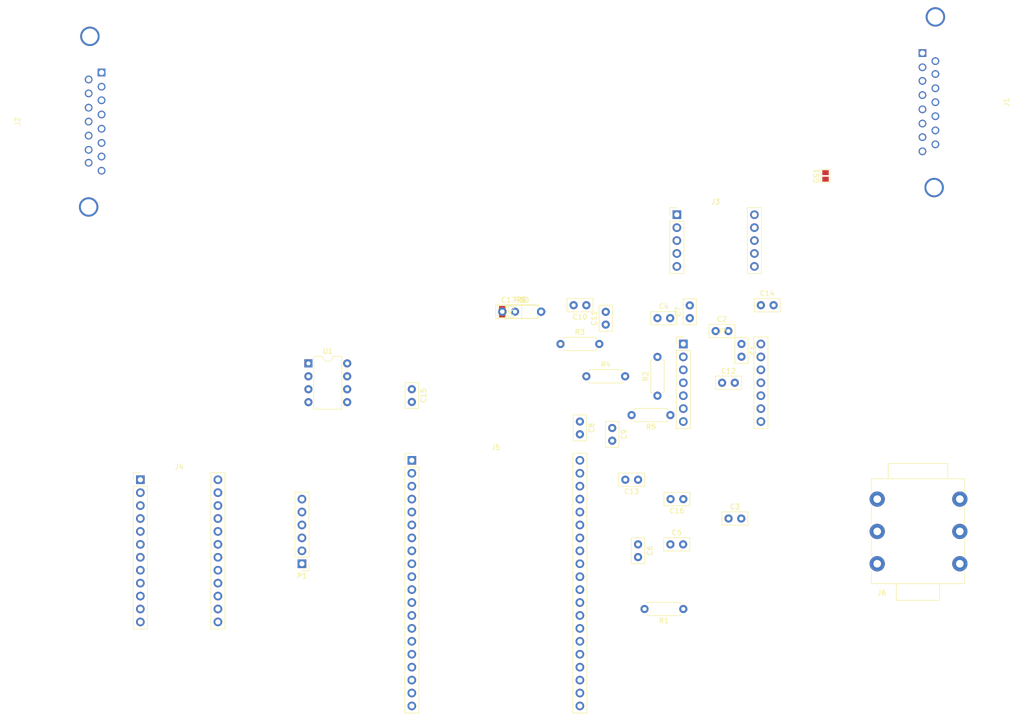
<source format=kicad_pcb>
(kicad_pcb (version 4) (host pcbnew 4.0.6-e0-6349~53~ubuntu14.04.1)

  (general
    (links 106)
    (no_connects 105)
    (area 63.072599 64.092599 231.487401 188.9874)
    (thickness 1.6002)
    (drawings 0)
    (tracks 0)
    (zones 0)
    (modules 38)
    (nets 91)
  )

  (page USLetter)
  (title_block
    (title Blubaru)
  )

  (layers
    (0 Top signal)
    (31 Bottom signal)
    (36 B.SilkS user)
    (37 F.SilkS user)
    (38 B.Mask user)
    (39 F.Mask user)
    (40 Dwgs.User user)
    (41 Cmts.User user)
    (44 Edge.Cuts user)
  )

  (setup
    (last_trace_width 0.1524)
    (trace_clearance 0.1524)
    (zone_clearance 0.508)
    (zone_45_only no)
    (trace_min 0.1524)
    (segment_width 0.2)
    (edge_width 0.15)
    (via_size 0.6858)
    (via_drill 0.3302)
    (via_min_size 0.6858)
    (via_min_drill 0.3302)
    (blind_buried_vias_allowed yes)
    (uvia_size 0.762)
    (uvia_drill 0.508)
    (uvias_allowed yes)
    (uvia_min_size 0)
    (uvia_min_drill 0)
    (pcb_text_width 0.3)
    (pcb_text_size 1.5 1.5)
    (mod_edge_width 0.15)
    (mod_text_size 1 1)
    (mod_text_width 0.15)
    (pad_size 1.524 1.524)
    (pad_drill 0.762)
    (pad_to_mask_clearance 0.2)
    (aux_axis_origin 0 0)
    (visible_elements FFFFFF7F)
    (pcbplotparams
      (layerselection 0x00030_80000001)
      (usegerberextensions false)
      (excludeedgelayer true)
      (linewidth 0.100000)
      (plotframeref false)
      (viasonmask false)
      (mode 1)
      (useauxorigin false)
      (hpglpennumber 1)
      (hpglpenspeed 20)
      (hpglpendiameter 15)
      (hpglpenoverlay 2)
      (psnegative false)
      (psa4output false)
      (plotreference true)
      (plotvalue true)
      (plotinvisibletext false)
      (padsonsilk false)
      (subtractmaskfromsilk false)
      (outputformat 1)
      (mirror false)
      (drillshape 1)
      (scaleselection 1)
      (outputdirectory ""))
  )

  (net 0 "")
  (net 1 GND)
  (net 2 VCC)
  (net 3 "/DB-15 interconnects/Modules/Bluetooth Module/Microphone/MIC_BIAS")
  (net 4 "Net-(C3-Pad1)")
  (net 5 "/DB-15 interconnects/Modules/Bluetooth Module/Microphone/MIC_R-")
  (net 6 "/DB-15 interconnects/Modules/Bluetooth Module/Microphone/MIC_L+")
  (net 7 "Net-(C5-Pad1)")
  (net 8 "/DB-15 interconnects/Modules/Bluetooth Module/Microphone/MIC_L-")
  (net 9 "/DB-15 interconnects/Modules/Bluetooth Module/Microphone/MIC_R+")
  (net 10 "/DB-15 interconnects/Modules/Audio switch/BT_L")
  (net 11 "Net-(C10-Pad2)")
  (net 12 "Net-(C8-Pad1)")
  (net 13 "/DB-15 interconnects/Modules/Bluetooth Module/Amp/L+")
  (net 14 "Net-(C9-Pad1)")
  (net 15 "/DB-15 interconnects/Modules/Bluetooth Module/Amp/L-")
  (net 16 "Net-(C11-Pad1)")
  (net 17 "Net-(C13-Pad1)")
  (net 18 "/DB-15 interconnects/Modules/Bluetooth Module/Amp/R+")
  (net 19 "/DB-15 interconnects/Modules/Audio switch/BT_R")
  (net 20 "Net-(C14-Pad2)")
  (net 21 "Net-(C16-Pad1)")
  (net 22 "/DB-15 interconnects/Modules/Bluetooth Module/Amp/R-")
  (net 23 "/DB-15 interconnects/5_IN")
  (net 24 "/DB-15 interconnects/13_IN")
  (net 25 "/DB-15 interconnects/1_IN")
  (net 26 "/DB-15 interconnects/2_IN")
  (net 27 "/DB-15 interconnects/3_IN")
  (net 28 "/DB-15 interconnects/4_IN")
  (net 29 "/DB-15 interconnects/6_IN")
  (net 30 "/DB-15 interconnects/7_IN")
  (net 31 "/DB-15 interconnects/8_IN")
  (net 32 +12V)
  (net 33 "/DB-15 interconnects/10_IN")
  (net 34 "/DB-15 interconnects/11_IN")
  (net 35 "/DB-15 interconnects/12_IN")
  (net 36 "Net-(J1-Pad15)")
  (net 37 "/DB-15 interconnects/6_OUT")
  (net 38 "/DB-15 interconnects/4_OUT")
  (net 39 "/DB-15 interconnects/2_OUT")
  (net 40 "Net-(J2-Pad15)")
  (net 41 "/DB-15 interconnects/Modules/Audio switch/BT_TRG")
  (net 42 "Net-(J4-Pad13)")
  (net 43 "Net-(J4-Pad14)")
  (net 44 "Net-(J4-Pad15)")
  (net 45 "Net-(J4-Pad16)")
  (net 46 "Net-(J4-Pad17)")
  (net 47 "Net-(J4-Pad18)")
  (net 48 "Net-(J4-Pad19)")
  (net 49 "Net-(J4-Pad20)")
  (net 50 "Net-(J4-Pad22)")
  (net 51 "/DB-15 interconnects/Modules/Bluetooth Module/UART_RX")
  (net 52 "/DB-15 interconnects/Modules/Bluetooth Module/UART_TX")
  (net 53 "/DB-15 interconnects/Modules/Bluetooth Module/CMD")
  (net 54 "/DB-15 interconnects/Modules/Bluetooth Module/EVENT")
  (net 55 "Net-(J4-Pad7)")
  (net 56 "Net-(J4-Pad8)")
  (net 57 "Net-(J4-Pad9)")
  (net 58 "Net-(J4-Pad10)")
  (net 59 "Net-(J4-Pad11)")
  (net 60 "Net-(J5-Pad22)")
  (net 61 "Net-(J5-Pad23)")
  (net 62 "Net-(J5-Pad24)")
  (net 63 "Net-(J5-Pad25)")
  (net 64 "Net-(J5-Pad26)")
  (net 65 "Net-(J5-Pad27)")
  (net 66 "Net-(J5-Pad28)")
  (net 67 "Net-(J5-Pad29)")
  (net 68 "Net-(J5-Pad30)")
  (net 69 "Net-(J5-Pad31)")
  (net 70 "Net-(J5-Pad1)")
  (net 71 "Net-(J5-Pad3)")
  (net 72 "Net-(J5-Pad4)")
  (net 73 "/DB-15 interconnects/Modules/Bluetooth Module/VOL+")
  (net 74 "/DB-15 interconnects/Modules/Bluetooth Module/NEXT")
  (net 75 "/DB-15 interconnects/Modules/Bluetooth Module/PLAY")
  (net 76 "/DB-15 interconnects/Modules/Bluetooth Module/PREV")
  (net 77 "/DB-15 interconnects/Modules/Bluetooth Module/VOL-")
  (net 78 "Net-(J5-Pad11)")
  (net 79 "Net-(J5-Pad12)")
  (net 80 "Net-(J5-Pad13)")
  (net 81 "Net-(J5-Pad14)")
  (net 82 "Net-(J5-Pad17)")
  (net 83 "Net-(J5-Pad18)")
  (net 84 "Net-(J6-Pad6)")
  (net 85 "Net-(J6-Pad5)")
  (net 86 "Net-(J6-Pad4)")
  (net 87 "Net-(J7-Pad10)")
  (net 88 "Net-(J7-Pad11)")
  (net 89 "Net-(J7-Pad3)")
  (net 90 "Net-(J7-Pad4)")

  (net_class Default "This is the default net class."
    (clearance 0.1524)
    (trace_width 0.1524)
    (via_dia 0.6858)
    (via_drill 0.3302)
    (uvia_dia 0.762)
    (uvia_drill 0.508)
    (add_net +12V)
    (add_net "/DB-15 interconnects/10_IN")
    (add_net "/DB-15 interconnects/11_IN")
    (add_net "/DB-15 interconnects/12_IN")
    (add_net "/DB-15 interconnects/13_IN")
    (add_net "/DB-15 interconnects/1_IN")
    (add_net "/DB-15 interconnects/2_IN")
    (add_net "/DB-15 interconnects/2_OUT")
    (add_net "/DB-15 interconnects/3_IN")
    (add_net "/DB-15 interconnects/4_IN")
    (add_net "/DB-15 interconnects/4_OUT")
    (add_net "/DB-15 interconnects/5_IN")
    (add_net "/DB-15 interconnects/6_IN")
    (add_net "/DB-15 interconnects/6_OUT")
    (add_net "/DB-15 interconnects/7_IN")
    (add_net "/DB-15 interconnects/8_IN")
    (add_net "/DB-15 interconnects/Modules/Audio switch/BT_L")
    (add_net "/DB-15 interconnects/Modules/Audio switch/BT_R")
    (add_net "/DB-15 interconnects/Modules/Audio switch/BT_TRG")
    (add_net "/DB-15 interconnects/Modules/Bluetooth Module/Amp/L+")
    (add_net "/DB-15 interconnects/Modules/Bluetooth Module/Amp/L-")
    (add_net "/DB-15 interconnects/Modules/Bluetooth Module/Amp/R+")
    (add_net "/DB-15 interconnects/Modules/Bluetooth Module/Amp/R-")
    (add_net "/DB-15 interconnects/Modules/Bluetooth Module/CMD")
    (add_net "/DB-15 interconnects/Modules/Bluetooth Module/EVENT")
    (add_net "/DB-15 interconnects/Modules/Bluetooth Module/Microphone/MIC_BIAS")
    (add_net "/DB-15 interconnects/Modules/Bluetooth Module/Microphone/MIC_L+")
    (add_net "/DB-15 interconnects/Modules/Bluetooth Module/Microphone/MIC_L-")
    (add_net "/DB-15 interconnects/Modules/Bluetooth Module/Microphone/MIC_R+")
    (add_net "/DB-15 interconnects/Modules/Bluetooth Module/Microphone/MIC_R-")
    (add_net "/DB-15 interconnects/Modules/Bluetooth Module/NEXT")
    (add_net "/DB-15 interconnects/Modules/Bluetooth Module/PLAY")
    (add_net "/DB-15 interconnects/Modules/Bluetooth Module/PREV")
    (add_net "/DB-15 interconnects/Modules/Bluetooth Module/UART_RX")
    (add_net "/DB-15 interconnects/Modules/Bluetooth Module/UART_TX")
    (add_net "/DB-15 interconnects/Modules/Bluetooth Module/VOL+")
    (add_net "/DB-15 interconnects/Modules/Bluetooth Module/VOL-")
    (add_net GND)
    (add_net "Net-(C10-Pad2)")
    (add_net "Net-(C11-Pad1)")
    (add_net "Net-(C13-Pad1)")
    (add_net "Net-(C14-Pad2)")
    (add_net "Net-(C16-Pad1)")
    (add_net "Net-(C3-Pad1)")
    (add_net "Net-(C5-Pad1)")
    (add_net "Net-(C8-Pad1)")
    (add_net "Net-(C9-Pad1)")
    (add_net "Net-(J1-Pad15)")
    (add_net "Net-(J2-Pad15)")
    (add_net "Net-(J4-Pad10)")
    (add_net "Net-(J4-Pad11)")
    (add_net "Net-(J4-Pad13)")
    (add_net "Net-(J4-Pad14)")
    (add_net "Net-(J4-Pad15)")
    (add_net "Net-(J4-Pad16)")
    (add_net "Net-(J4-Pad17)")
    (add_net "Net-(J4-Pad18)")
    (add_net "Net-(J4-Pad19)")
    (add_net "Net-(J4-Pad20)")
    (add_net "Net-(J4-Pad22)")
    (add_net "Net-(J4-Pad7)")
    (add_net "Net-(J4-Pad8)")
    (add_net "Net-(J4-Pad9)")
    (add_net "Net-(J5-Pad1)")
    (add_net "Net-(J5-Pad11)")
    (add_net "Net-(J5-Pad12)")
    (add_net "Net-(J5-Pad13)")
    (add_net "Net-(J5-Pad14)")
    (add_net "Net-(J5-Pad17)")
    (add_net "Net-(J5-Pad18)")
    (add_net "Net-(J5-Pad22)")
    (add_net "Net-(J5-Pad23)")
    (add_net "Net-(J5-Pad24)")
    (add_net "Net-(J5-Pad25)")
    (add_net "Net-(J5-Pad26)")
    (add_net "Net-(J5-Pad27)")
    (add_net "Net-(J5-Pad28)")
    (add_net "Net-(J5-Pad29)")
    (add_net "Net-(J5-Pad3)")
    (add_net "Net-(J5-Pad30)")
    (add_net "Net-(J5-Pad31)")
    (add_net "Net-(J5-Pad4)")
    (add_net "Net-(J6-Pad4)")
    (add_net "Net-(J6-Pad5)")
    (add_net "Net-(J6-Pad6)")
    (add_net "Net-(J7-Pad10)")
    (add_net "Net-(J7-Pad11)")
    (add_net "Net-(J7-Pad3)")
    (add_net "Net-(J7-Pad4)")
    (add_net VCC)
  )

  (module Capacitors_THT:C_Disc_D5.0mm_W2.5mm_P2.50mm (layer Top) (tedit 58765D06) (tstamp 58B8F77C)
    (at 186.69 114.3 270)
    (descr "C, Disc series, Radial, pin pitch=2.50mm, , diameter*width=5*2.5mm^2, Capacitor, http://cdn-reichelt.de/documents/datenblatt/B300/DS_KERKO_TC.pdf")
    (tags "C Disc series Radial pin pitch 2.50mm  diameter 5mm width 2.5mm Capacitor")
    (path /58B10FE0/58B1273D/58B189CE/589BA198)
    (fp_text reference C1 (at 1.25 -2.31 270) (layer F.SilkS)
      (effects (font (size 1 1) (thickness 0.15)))
    )
    (fp_text value 0.1uF (at 1.25 2.31 270) (layer F.Fab)
      (effects (font (size 1 1) (thickness 0.15)))
    )
    (fp_line (start -1.25 -1.25) (end -1.25 1.25) (layer F.Fab) (width 0.1))
    (fp_line (start -1.25 1.25) (end 3.75 1.25) (layer F.Fab) (width 0.1))
    (fp_line (start 3.75 1.25) (end 3.75 -1.25) (layer F.Fab) (width 0.1))
    (fp_line (start 3.75 -1.25) (end -1.25 -1.25) (layer F.Fab) (width 0.1))
    (fp_line (start -1.31 -1.31) (end 3.81 -1.31) (layer F.SilkS) (width 0.12))
    (fp_line (start -1.31 1.31) (end 3.81 1.31) (layer F.SilkS) (width 0.12))
    (fp_line (start -1.31 -1.31) (end -1.31 1.31) (layer F.SilkS) (width 0.12))
    (fp_line (start 3.81 -1.31) (end 3.81 1.31) (layer F.SilkS) (width 0.12))
    (fp_line (start -1.6 -1.6) (end -1.6 1.6) (layer F.CrtYd) (width 0.05))
    (fp_line (start -1.6 1.6) (end 4.1 1.6) (layer F.CrtYd) (width 0.05))
    (fp_line (start 4.1 1.6) (end 4.1 -1.6) (layer F.CrtYd) (width 0.05))
    (fp_line (start 4.1 -1.6) (end -1.6 -1.6) (layer F.CrtYd) (width 0.05))
    (pad 1 thru_hole circle (at 0 0 270) (size 1.6 1.6) (drill 0.8) (layers *.Cu *.Mask)
      (net 1 GND))
    (pad 2 thru_hole circle (at 2.5 0 270) (size 1.6 1.6) (drill 0.8) (layers *.Cu *.Mask)
      (net 2 VCC))
    (model Capacitors_THT.3dshapes/C_Disc_D5.0mm_W2.5mm_P2.50mm.wrl
      (at (xyz 0 0 0))
      (scale (xyz 0.393701 0.393701 0.393701))
      (rotate (xyz 0 0 0))
    )
  )

  (module Capacitors_THT:C_Disc_D5.0mm_W2.5mm_P2.50mm (layer Top) (tedit 58765D06) (tstamp 58B8F78E)
    (at 181.61 111.76)
    (descr "C, Disc series, Radial, pin pitch=2.50mm, , diameter*width=5*2.5mm^2, Capacitor, http://cdn-reichelt.de/documents/datenblatt/B300/DS_KERKO_TC.pdf")
    (tags "C Disc series Radial pin pitch 2.50mm  diameter 5mm width 2.5mm Capacitor")
    (path /58B10FE0/58B1273D/58B189CE/58AE7D2D/589D2382)
    (fp_text reference C2 (at 1.25 -2.31) (layer F.SilkS)
      (effects (font (size 1 1) (thickness 0.15)))
    )
    (fp_text value 1uF (at 1.25 2.31) (layer F.Fab)
      (effects (font (size 1 1) (thickness 0.15)))
    )
    (fp_line (start -1.25 -1.25) (end -1.25 1.25) (layer F.Fab) (width 0.1))
    (fp_line (start -1.25 1.25) (end 3.75 1.25) (layer F.Fab) (width 0.1))
    (fp_line (start 3.75 1.25) (end 3.75 -1.25) (layer F.Fab) (width 0.1))
    (fp_line (start 3.75 -1.25) (end -1.25 -1.25) (layer F.Fab) (width 0.1))
    (fp_line (start -1.31 -1.31) (end 3.81 -1.31) (layer F.SilkS) (width 0.12))
    (fp_line (start -1.31 1.31) (end 3.81 1.31) (layer F.SilkS) (width 0.12))
    (fp_line (start -1.31 -1.31) (end -1.31 1.31) (layer F.SilkS) (width 0.12))
    (fp_line (start 3.81 -1.31) (end 3.81 1.31) (layer F.SilkS) (width 0.12))
    (fp_line (start -1.6 -1.6) (end -1.6 1.6) (layer F.CrtYd) (width 0.05))
    (fp_line (start -1.6 1.6) (end 4.1 1.6) (layer F.CrtYd) (width 0.05))
    (fp_line (start 4.1 1.6) (end 4.1 -1.6) (layer F.CrtYd) (width 0.05))
    (fp_line (start 4.1 -1.6) (end -1.6 -1.6) (layer F.CrtYd) (width 0.05))
    (pad 1 thru_hole circle (at 0 0) (size 1.6 1.6) (drill 0.8) (layers *.Cu *.Mask)
      (net 3 "/DB-15 interconnects/Modules/Bluetooth Module/Microphone/MIC_BIAS"))
    (pad 2 thru_hole circle (at 2.5 0) (size 1.6 1.6) (drill 0.8) (layers *.Cu *.Mask)
      (net 1 GND))
    (model Capacitors_THT.3dshapes/C_Disc_D5.0mm_W2.5mm_P2.50mm.wrl
      (at (xyz 0 0 0))
      (scale (xyz 0.393701 0.393701 0.393701))
      (rotate (xyz 0 0 0))
    )
  )

  (module Capacitors_THT:C_Disc_D5.0mm_W2.5mm_P2.50mm (layer Top) (tedit 58765D06) (tstamp 58B8F7A0)
    (at 184.15 148.59)
    (descr "C, Disc series, Radial, pin pitch=2.50mm, , diameter*width=5*2.5mm^2, Capacitor, http://cdn-reichelt.de/documents/datenblatt/B300/DS_KERKO_TC.pdf")
    (tags "C Disc series Radial pin pitch 2.50mm  diameter 5mm width 2.5mm Capacitor")
    (path /58B10FE0/58B1273D/58B189CE/58AE7D2D/589D23FA)
    (fp_text reference C3 (at 1.25 -2.31) (layer F.SilkS)
      (effects (font (size 1 1) (thickness 0.15)))
    )
    (fp_text value 47nF (at 1.25 2.31) (layer F.Fab)
      (effects (font (size 1 1) (thickness 0.15)))
    )
    (fp_line (start -1.25 -1.25) (end -1.25 1.25) (layer F.Fab) (width 0.1))
    (fp_line (start -1.25 1.25) (end 3.75 1.25) (layer F.Fab) (width 0.1))
    (fp_line (start 3.75 1.25) (end 3.75 -1.25) (layer F.Fab) (width 0.1))
    (fp_line (start 3.75 -1.25) (end -1.25 -1.25) (layer F.Fab) (width 0.1))
    (fp_line (start -1.31 -1.31) (end 3.81 -1.31) (layer F.SilkS) (width 0.12))
    (fp_line (start -1.31 1.31) (end 3.81 1.31) (layer F.SilkS) (width 0.12))
    (fp_line (start -1.31 -1.31) (end -1.31 1.31) (layer F.SilkS) (width 0.12))
    (fp_line (start 3.81 -1.31) (end 3.81 1.31) (layer F.SilkS) (width 0.12))
    (fp_line (start -1.6 -1.6) (end -1.6 1.6) (layer F.CrtYd) (width 0.05))
    (fp_line (start -1.6 1.6) (end 4.1 1.6) (layer F.CrtYd) (width 0.05))
    (fp_line (start 4.1 1.6) (end 4.1 -1.6) (layer F.CrtYd) (width 0.05))
    (fp_line (start 4.1 -1.6) (end -1.6 -1.6) (layer F.CrtYd) (width 0.05))
    (pad 1 thru_hole circle (at 0 0) (size 1.6 1.6) (drill 0.8) (layers *.Cu *.Mask)
      (net 4 "Net-(C3-Pad1)"))
    (pad 2 thru_hole circle (at 2.5 0) (size 1.6 1.6) (drill 0.8) (layers *.Cu *.Mask)
      (net 5 "/DB-15 interconnects/Modules/Bluetooth Module/Microphone/MIC_R-"))
    (model Capacitors_THT.3dshapes/C_Disc_D5.0mm_W2.5mm_P2.50mm.wrl
      (at (xyz 0 0 0))
      (scale (xyz 0.393701 0.393701 0.393701))
      (rotate (xyz 0 0 0))
    )
  )

  (module Capacitors_THT:C_Disc_D5.0mm_W2.5mm_P2.50mm (layer Top) (tedit 58765D06) (tstamp 58B8F7B2)
    (at 170.18 109.22)
    (descr "C, Disc series, Radial, pin pitch=2.50mm, , diameter*width=5*2.5mm^2, Capacitor, http://cdn-reichelt.de/documents/datenblatt/B300/DS_KERKO_TC.pdf")
    (tags "C Disc series Radial pin pitch 2.50mm  diameter 5mm width 2.5mm Capacitor")
    (path /58B10FE0/58B1273D/58B189CE/58AE7D2D/589D223D)
    (fp_text reference C4 (at 1.25 -2.31) (layer F.SilkS)
      (effects (font (size 1 1) (thickness 0.15)))
    )
    (fp_text value 47nF (at 1.25 2.31) (layer F.Fab)
      (effects (font (size 1 1) (thickness 0.15)))
    )
    (fp_line (start -1.25 -1.25) (end -1.25 1.25) (layer F.Fab) (width 0.1))
    (fp_line (start -1.25 1.25) (end 3.75 1.25) (layer F.Fab) (width 0.1))
    (fp_line (start 3.75 1.25) (end 3.75 -1.25) (layer F.Fab) (width 0.1))
    (fp_line (start 3.75 -1.25) (end -1.25 -1.25) (layer F.Fab) (width 0.1))
    (fp_line (start -1.31 -1.31) (end 3.81 -1.31) (layer F.SilkS) (width 0.12))
    (fp_line (start -1.31 1.31) (end 3.81 1.31) (layer F.SilkS) (width 0.12))
    (fp_line (start -1.31 -1.31) (end -1.31 1.31) (layer F.SilkS) (width 0.12))
    (fp_line (start 3.81 -1.31) (end 3.81 1.31) (layer F.SilkS) (width 0.12))
    (fp_line (start -1.6 -1.6) (end -1.6 1.6) (layer F.CrtYd) (width 0.05))
    (fp_line (start -1.6 1.6) (end 4.1 1.6) (layer F.CrtYd) (width 0.05))
    (fp_line (start 4.1 1.6) (end 4.1 -1.6) (layer F.CrtYd) (width 0.05))
    (fp_line (start 4.1 -1.6) (end -1.6 -1.6) (layer F.CrtYd) (width 0.05))
    (pad 1 thru_hole circle (at 0 0) (size 1.6 1.6) (drill 0.8) (layers *.Cu *.Mask)
      (net 6 "/DB-15 interconnects/Modules/Bluetooth Module/Microphone/MIC_L+"))
    (pad 2 thru_hole circle (at 2.5 0) (size 1.6 1.6) (drill 0.8) (layers *.Cu *.Mask)
      (net 3 "/DB-15 interconnects/Modules/Bluetooth Module/Microphone/MIC_BIAS"))
    (model Capacitors_THT.3dshapes/C_Disc_D5.0mm_W2.5mm_P2.50mm.wrl
      (at (xyz 0 0 0))
      (scale (xyz 0.393701 0.393701 0.393701))
      (rotate (xyz 0 0 0))
    )
  )

  (module Capacitors_THT:C_Disc_D5.0mm_W2.5mm_P2.50mm (layer Top) (tedit 58765D06) (tstamp 58B8F7C4)
    (at 172.72 153.67)
    (descr "C, Disc series, Radial, pin pitch=2.50mm, , diameter*width=5*2.5mm^2, Capacitor, http://cdn-reichelt.de/documents/datenblatt/B300/DS_KERKO_TC.pdf")
    (tags "C Disc series Radial pin pitch 2.50mm  diameter 5mm width 2.5mm Capacitor")
    (path /58B10FE0/58B1273D/58B189CE/58AE7D2D/589D21D3)
    (fp_text reference C5 (at 1.25 -2.31) (layer F.SilkS)
      (effects (font (size 1 1) (thickness 0.15)))
    )
    (fp_text value 47nF (at 1.25 2.31) (layer F.Fab)
      (effects (font (size 1 1) (thickness 0.15)))
    )
    (fp_line (start -1.25 -1.25) (end -1.25 1.25) (layer F.Fab) (width 0.1))
    (fp_line (start -1.25 1.25) (end 3.75 1.25) (layer F.Fab) (width 0.1))
    (fp_line (start 3.75 1.25) (end 3.75 -1.25) (layer F.Fab) (width 0.1))
    (fp_line (start 3.75 -1.25) (end -1.25 -1.25) (layer F.Fab) (width 0.1))
    (fp_line (start -1.31 -1.31) (end 3.81 -1.31) (layer F.SilkS) (width 0.12))
    (fp_line (start -1.31 1.31) (end 3.81 1.31) (layer F.SilkS) (width 0.12))
    (fp_line (start -1.31 -1.31) (end -1.31 1.31) (layer F.SilkS) (width 0.12))
    (fp_line (start 3.81 -1.31) (end 3.81 1.31) (layer F.SilkS) (width 0.12))
    (fp_line (start -1.6 -1.6) (end -1.6 1.6) (layer F.CrtYd) (width 0.05))
    (fp_line (start -1.6 1.6) (end 4.1 1.6) (layer F.CrtYd) (width 0.05))
    (fp_line (start 4.1 1.6) (end 4.1 -1.6) (layer F.CrtYd) (width 0.05))
    (fp_line (start 4.1 -1.6) (end -1.6 -1.6) (layer F.CrtYd) (width 0.05))
    (pad 1 thru_hole circle (at 0 0) (size 1.6 1.6) (drill 0.8) (layers *.Cu *.Mask)
      (net 7 "Net-(C5-Pad1)"))
    (pad 2 thru_hole circle (at 2.5 0) (size 1.6 1.6) (drill 0.8) (layers *.Cu *.Mask)
      (net 8 "/DB-15 interconnects/Modules/Bluetooth Module/Microphone/MIC_L-"))
    (model Capacitors_THT.3dshapes/C_Disc_D5.0mm_W2.5mm_P2.50mm.wrl
      (at (xyz 0 0 0))
      (scale (xyz 0.393701 0.393701 0.393701))
      (rotate (xyz 0 0 0))
    )
  )

  (module Capacitors_THT:C_Disc_D5.0mm_W2.5mm_P2.50mm (layer Top) (tedit 58765D06) (tstamp 58B8F7D6)
    (at 166.37 153.67 270)
    (descr "C, Disc series, Radial, pin pitch=2.50mm, , diameter*width=5*2.5mm^2, Capacitor, http://cdn-reichelt.de/documents/datenblatt/B300/DS_KERKO_TC.pdf")
    (tags "C Disc series Radial pin pitch 2.50mm  diameter 5mm width 2.5mm Capacitor")
    (path /58B10FE0/58B1273D/58B189CE/58AE7D2D/589D230D)
    (fp_text reference C6 (at 1.25 -2.31 270) (layer F.SilkS)
      (effects (font (size 1 1) (thickness 0.15)))
    )
    (fp_text value 47nF (at 1.25 2.31 270) (layer F.Fab)
      (effects (font (size 1 1) (thickness 0.15)))
    )
    (fp_line (start -1.25 -1.25) (end -1.25 1.25) (layer F.Fab) (width 0.1))
    (fp_line (start -1.25 1.25) (end 3.75 1.25) (layer F.Fab) (width 0.1))
    (fp_line (start 3.75 1.25) (end 3.75 -1.25) (layer F.Fab) (width 0.1))
    (fp_line (start 3.75 -1.25) (end -1.25 -1.25) (layer F.Fab) (width 0.1))
    (fp_line (start -1.31 -1.31) (end 3.81 -1.31) (layer F.SilkS) (width 0.12))
    (fp_line (start -1.31 1.31) (end 3.81 1.31) (layer F.SilkS) (width 0.12))
    (fp_line (start -1.31 -1.31) (end -1.31 1.31) (layer F.SilkS) (width 0.12))
    (fp_line (start 3.81 -1.31) (end 3.81 1.31) (layer F.SilkS) (width 0.12))
    (fp_line (start -1.6 -1.6) (end -1.6 1.6) (layer F.CrtYd) (width 0.05))
    (fp_line (start -1.6 1.6) (end 4.1 1.6) (layer F.CrtYd) (width 0.05))
    (fp_line (start 4.1 1.6) (end 4.1 -1.6) (layer F.CrtYd) (width 0.05))
    (fp_line (start 4.1 -1.6) (end -1.6 -1.6) (layer F.CrtYd) (width 0.05))
    (pad 1 thru_hole circle (at 0 0 270) (size 1.6 1.6) (drill 0.8) (layers *.Cu *.Mask)
      (net 9 "/DB-15 interconnects/Modules/Bluetooth Module/Microphone/MIC_R+"))
    (pad 2 thru_hole circle (at 2.5 0 270) (size 1.6 1.6) (drill 0.8) (layers *.Cu *.Mask)
      (net 3 "/DB-15 interconnects/Modules/Bluetooth Module/Microphone/MIC_BIAS"))
    (model Capacitors_THT.3dshapes/C_Disc_D5.0mm_W2.5mm_P2.50mm.wrl
      (at (xyz 0 0 0))
      (scale (xyz 0.393701 0.393701 0.393701))
      (rotate (xyz 0 0 0))
    )
  )

  (module Capacitors_THT:C_Disc_D5.0mm_W2.5mm_P2.50mm (layer Top) (tedit 58765D06) (tstamp 58B8F7E8)
    (at 176.53 109.22 90)
    (descr "C, Disc series, Radial, pin pitch=2.50mm, , diameter*width=5*2.5mm^2, Capacitor, http://cdn-reichelt.de/documents/datenblatt/B300/DS_KERKO_TC.pdf")
    (tags "C Disc series Radial pin pitch 2.50mm  diameter 5mm width 2.5mm Capacitor")
    (path /58B10FE0/58B1273D/58B189CE/58AE00D8/5899493B)
    (fp_text reference C7 (at 1.25 -2.31 90) (layer F.SilkS)
      (effects (font (size 1 1) (thickness 0.15)))
    )
    (fp_text value 100uF (at 1.25 2.31 90) (layer F.Fab)
      (effects (font (size 1 1) (thickness 0.15)))
    )
    (fp_line (start -1.25 -1.25) (end -1.25 1.25) (layer F.Fab) (width 0.1))
    (fp_line (start -1.25 1.25) (end 3.75 1.25) (layer F.Fab) (width 0.1))
    (fp_line (start 3.75 1.25) (end 3.75 -1.25) (layer F.Fab) (width 0.1))
    (fp_line (start 3.75 -1.25) (end -1.25 -1.25) (layer F.Fab) (width 0.1))
    (fp_line (start -1.31 -1.31) (end 3.81 -1.31) (layer F.SilkS) (width 0.12))
    (fp_line (start -1.31 1.31) (end 3.81 1.31) (layer F.SilkS) (width 0.12))
    (fp_line (start -1.31 -1.31) (end -1.31 1.31) (layer F.SilkS) (width 0.12))
    (fp_line (start 3.81 -1.31) (end 3.81 1.31) (layer F.SilkS) (width 0.12))
    (fp_line (start -1.6 -1.6) (end -1.6 1.6) (layer F.CrtYd) (width 0.05))
    (fp_line (start -1.6 1.6) (end 4.1 1.6) (layer F.CrtYd) (width 0.05))
    (fp_line (start 4.1 1.6) (end 4.1 -1.6) (layer F.CrtYd) (width 0.05))
    (fp_line (start 4.1 -1.6) (end -1.6 -1.6) (layer F.CrtYd) (width 0.05))
    (pad 1 thru_hole circle (at 0 0 90) (size 1.6 1.6) (drill 0.8) (layers *.Cu *.Mask)
      (net 10 "/DB-15 interconnects/Modules/Audio switch/BT_L"))
    (pad 2 thru_hole circle (at 2.5 0 90) (size 1.6 1.6) (drill 0.8) (layers *.Cu *.Mask)
      (net 11 "Net-(C10-Pad2)"))
    (model Capacitors_THT.3dshapes/C_Disc_D5.0mm_W2.5mm_P2.50mm.wrl
      (at (xyz 0 0 0))
      (scale (xyz 0.393701 0.393701 0.393701))
      (rotate (xyz 0 0 0))
    )
  )

  (module Capacitors_THT:C_Disc_D5.0mm_W2.5mm_P2.50mm (layer Top) (tedit 58765D06) (tstamp 58B8F7FA)
    (at 154.94 129.54 270)
    (descr "C, Disc series, Radial, pin pitch=2.50mm, , diameter*width=5*2.5mm^2, Capacitor, http://cdn-reichelt.de/documents/datenblatt/B300/DS_KERKO_TC.pdf")
    (tags "C Disc series Radial pin pitch 2.50mm  diameter 5mm width 2.5mm Capacitor")
    (path /58B10FE0/58B1273D/58B189CE/58AE00D8/58994736)
    (fp_text reference C8 (at 1.25 -2.31 270) (layer F.SilkS)
      (effects (font (size 1 1) (thickness 0.15)))
    )
    (fp_text value 1uF (at 1.25 2.31 270) (layer F.Fab)
      (effects (font (size 1 1) (thickness 0.15)))
    )
    (fp_line (start -1.25 -1.25) (end -1.25 1.25) (layer F.Fab) (width 0.1))
    (fp_line (start -1.25 1.25) (end 3.75 1.25) (layer F.Fab) (width 0.1))
    (fp_line (start 3.75 1.25) (end 3.75 -1.25) (layer F.Fab) (width 0.1))
    (fp_line (start 3.75 -1.25) (end -1.25 -1.25) (layer F.Fab) (width 0.1))
    (fp_line (start -1.31 -1.31) (end 3.81 -1.31) (layer F.SilkS) (width 0.12))
    (fp_line (start -1.31 1.31) (end 3.81 1.31) (layer F.SilkS) (width 0.12))
    (fp_line (start -1.31 -1.31) (end -1.31 1.31) (layer F.SilkS) (width 0.12))
    (fp_line (start 3.81 -1.31) (end 3.81 1.31) (layer F.SilkS) (width 0.12))
    (fp_line (start -1.6 -1.6) (end -1.6 1.6) (layer F.CrtYd) (width 0.05))
    (fp_line (start -1.6 1.6) (end 4.1 1.6) (layer F.CrtYd) (width 0.05))
    (fp_line (start 4.1 1.6) (end 4.1 -1.6) (layer F.CrtYd) (width 0.05))
    (fp_line (start 4.1 -1.6) (end -1.6 -1.6) (layer F.CrtYd) (width 0.05))
    (pad 1 thru_hole circle (at 0 0 270) (size 1.6 1.6) (drill 0.8) (layers *.Cu *.Mask)
      (net 12 "Net-(C8-Pad1)"))
    (pad 2 thru_hole circle (at 2.5 0 270) (size 1.6 1.6) (drill 0.8) (layers *.Cu *.Mask)
      (net 13 "/DB-15 interconnects/Modules/Bluetooth Module/Amp/L+"))
    (model Capacitors_THT.3dshapes/C_Disc_D5.0mm_W2.5mm_P2.50mm.wrl
      (at (xyz 0 0 0))
      (scale (xyz 0.393701 0.393701 0.393701))
      (rotate (xyz 0 0 0))
    )
  )

  (module Capacitors_THT:C_Disc_D5.0mm_W2.5mm_P2.50mm (layer Top) (tedit 58765D06) (tstamp 58B8F80C)
    (at 161.29 130.81 270)
    (descr "C, Disc series, Radial, pin pitch=2.50mm, , diameter*width=5*2.5mm^2, Capacitor, http://cdn-reichelt.de/documents/datenblatt/B300/DS_KERKO_TC.pdf")
    (tags "C Disc series Radial pin pitch 2.50mm  diameter 5mm width 2.5mm Capacitor")
    (path /58B10FE0/58B1273D/58B189CE/58AE00D8/58994867)
    (fp_text reference C9 (at 1.25 -2.31 270) (layer F.SilkS)
      (effects (font (size 1 1) (thickness 0.15)))
    )
    (fp_text value 1uF (at 1.25 2.31 270) (layer F.Fab)
      (effects (font (size 1 1) (thickness 0.15)))
    )
    (fp_line (start -1.25 -1.25) (end -1.25 1.25) (layer F.Fab) (width 0.1))
    (fp_line (start -1.25 1.25) (end 3.75 1.25) (layer F.Fab) (width 0.1))
    (fp_line (start 3.75 1.25) (end 3.75 -1.25) (layer F.Fab) (width 0.1))
    (fp_line (start 3.75 -1.25) (end -1.25 -1.25) (layer F.Fab) (width 0.1))
    (fp_line (start -1.31 -1.31) (end 3.81 -1.31) (layer F.SilkS) (width 0.12))
    (fp_line (start -1.31 1.31) (end 3.81 1.31) (layer F.SilkS) (width 0.12))
    (fp_line (start -1.31 -1.31) (end -1.31 1.31) (layer F.SilkS) (width 0.12))
    (fp_line (start 3.81 -1.31) (end 3.81 1.31) (layer F.SilkS) (width 0.12))
    (fp_line (start -1.6 -1.6) (end -1.6 1.6) (layer F.CrtYd) (width 0.05))
    (fp_line (start -1.6 1.6) (end 4.1 1.6) (layer F.CrtYd) (width 0.05))
    (fp_line (start 4.1 1.6) (end 4.1 -1.6) (layer F.CrtYd) (width 0.05))
    (fp_line (start 4.1 -1.6) (end -1.6 -1.6) (layer F.CrtYd) (width 0.05))
    (pad 1 thru_hole circle (at 0 0 270) (size 1.6 1.6) (drill 0.8) (layers *.Cu *.Mask)
      (net 14 "Net-(C9-Pad1)"))
    (pad 2 thru_hole circle (at 2.5 0 270) (size 1.6 1.6) (drill 0.8) (layers *.Cu *.Mask)
      (net 15 "/DB-15 interconnects/Modules/Bluetooth Module/Amp/L-"))
    (model Capacitors_THT.3dshapes/C_Disc_D5.0mm_W2.5mm_P2.50mm.wrl
      (at (xyz 0 0 0))
      (scale (xyz 0.393701 0.393701 0.393701))
      (rotate (xyz 0 0 0))
    )
  )

  (module Capacitors_THT:C_Disc_D5.0mm_W2.5mm_P2.50mm (layer Top) (tedit 58765D06) (tstamp 58B8F81E)
    (at 156.21 106.68 180)
    (descr "C, Disc series, Radial, pin pitch=2.50mm, , diameter*width=5*2.5mm^2, Capacitor, http://cdn-reichelt.de/documents/datenblatt/B300/DS_KERKO_TC.pdf")
    (tags "C Disc series Radial pin pitch 2.50mm  diameter 5mm width 2.5mm Capacitor")
    (path /58B10FE0/58B1273D/58B189CE/58AE00D8/589949C4)
    (fp_text reference C10 (at 1.25 -2.31 180) (layer F.SilkS)
      (effects (font (size 1 1) (thickness 0.15)))
    )
    (fp_text value 100uF (at 1.25 2.31 180) (layer F.Fab)
      (effects (font (size 1 1) (thickness 0.15)))
    )
    (fp_line (start -1.25 -1.25) (end -1.25 1.25) (layer F.Fab) (width 0.1))
    (fp_line (start -1.25 1.25) (end 3.75 1.25) (layer F.Fab) (width 0.1))
    (fp_line (start 3.75 1.25) (end 3.75 -1.25) (layer F.Fab) (width 0.1))
    (fp_line (start 3.75 -1.25) (end -1.25 -1.25) (layer F.Fab) (width 0.1))
    (fp_line (start -1.31 -1.31) (end 3.81 -1.31) (layer F.SilkS) (width 0.12))
    (fp_line (start -1.31 1.31) (end 3.81 1.31) (layer F.SilkS) (width 0.12))
    (fp_line (start -1.31 -1.31) (end -1.31 1.31) (layer F.SilkS) (width 0.12))
    (fp_line (start 3.81 -1.31) (end 3.81 1.31) (layer F.SilkS) (width 0.12))
    (fp_line (start -1.6 -1.6) (end -1.6 1.6) (layer F.CrtYd) (width 0.05))
    (fp_line (start -1.6 1.6) (end 4.1 1.6) (layer F.CrtYd) (width 0.05))
    (fp_line (start 4.1 1.6) (end 4.1 -1.6) (layer F.CrtYd) (width 0.05))
    (fp_line (start 4.1 -1.6) (end -1.6 -1.6) (layer F.CrtYd) (width 0.05))
    (pad 1 thru_hole circle (at 0 0 180) (size 1.6 1.6) (drill 0.8) (layers *.Cu *.Mask)
      (net 10 "/DB-15 interconnects/Modules/Audio switch/BT_L"))
    (pad 2 thru_hole circle (at 2.5 0 180) (size 1.6 1.6) (drill 0.8) (layers *.Cu *.Mask)
      (net 11 "Net-(C10-Pad2)"))
    (model Capacitors_THT.3dshapes/C_Disc_D5.0mm_W2.5mm_P2.50mm.wrl
      (at (xyz 0 0 0))
      (scale (xyz 0.393701 0.393701 0.393701))
      (rotate (xyz 0 0 0))
    )
  )

  (module Capacitors_THT:C_Disc_D5.0mm_W2.5mm_P2.50mm (layer Top) (tedit 58765D06) (tstamp 58B8F830)
    (at 160.02 110.49 90)
    (descr "C, Disc series, Radial, pin pitch=2.50mm, , diameter*width=5*2.5mm^2, Capacitor, http://cdn-reichelt.de/documents/datenblatt/B300/DS_KERKO_TC.pdf")
    (tags "C Disc series Radial pin pitch 2.50mm  diameter 5mm width 2.5mm Capacitor")
    (path /58B10FE0/58B1273D/58B189CE/58AE00D8/589948AE)
    (fp_text reference C11 (at 1.25 -2.31 90) (layer F.SilkS)
      (effects (font (size 1 1) (thickness 0.15)))
    )
    (fp_text value 1uF (at 1.25 2.31 90) (layer F.Fab)
      (effects (font (size 1 1) (thickness 0.15)))
    )
    (fp_line (start -1.25 -1.25) (end -1.25 1.25) (layer F.Fab) (width 0.1))
    (fp_line (start -1.25 1.25) (end 3.75 1.25) (layer F.Fab) (width 0.1))
    (fp_line (start 3.75 1.25) (end 3.75 -1.25) (layer F.Fab) (width 0.1))
    (fp_line (start 3.75 -1.25) (end -1.25 -1.25) (layer F.Fab) (width 0.1))
    (fp_line (start -1.31 -1.31) (end 3.81 -1.31) (layer F.SilkS) (width 0.12))
    (fp_line (start -1.31 1.31) (end 3.81 1.31) (layer F.SilkS) (width 0.12))
    (fp_line (start -1.31 -1.31) (end -1.31 1.31) (layer F.SilkS) (width 0.12))
    (fp_line (start 3.81 -1.31) (end 3.81 1.31) (layer F.SilkS) (width 0.12))
    (fp_line (start -1.6 -1.6) (end -1.6 1.6) (layer F.CrtYd) (width 0.05))
    (fp_line (start -1.6 1.6) (end 4.1 1.6) (layer F.CrtYd) (width 0.05))
    (fp_line (start 4.1 1.6) (end 4.1 -1.6) (layer F.CrtYd) (width 0.05))
    (fp_line (start 4.1 -1.6) (end -1.6 -1.6) (layer F.CrtYd) (width 0.05))
    (pad 1 thru_hole circle (at 0 0 90) (size 1.6 1.6) (drill 0.8) (layers *.Cu *.Mask)
      (net 16 "Net-(C11-Pad1)"))
    (pad 2 thru_hole circle (at 2.5 0 90) (size 1.6 1.6) (drill 0.8) (layers *.Cu *.Mask)
      (net 1 GND))
    (model Capacitors_THT.3dshapes/C_Disc_D5.0mm_W2.5mm_P2.50mm.wrl
      (at (xyz 0 0 0))
      (scale (xyz 0.393701 0.393701 0.393701))
      (rotate (xyz 0 0 0))
    )
  )

  (module Capacitors_THT:C_Disc_D5.0mm_W2.5mm_P2.50mm (layer Top) (tedit 58765D06) (tstamp 58B8F842)
    (at 182.88 121.92)
    (descr "C, Disc series, Radial, pin pitch=2.50mm, , diameter*width=5*2.5mm^2, Capacitor, http://cdn-reichelt.de/documents/datenblatt/B300/DS_KERKO_TC.pdf")
    (tags "C Disc series Radial pin pitch 2.50mm  diameter 5mm width 2.5mm Capacitor")
    (path /58B10FE0/58B1273D/58B189CE/58AE00D8/58994B88)
    (fp_text reference C12 (at 1.25 -2.31) (layer F.SilkS)
      (effects (font (size 1 1) (thickness 0.15)))
    )
    (fp_text value 0.1uF (at 1.25 2.31) (layer F.Fab)
      (effects (font (size 1 1) (thickness 0.15)))
    )
    (fp_line (start -1.25 -1.25) (end -1.25 1.25) (layer F.Fab) (width 0.1))
    (fp_line (start -1.25 1.25) (end 3.75 1.25) (layer F.Fab) (width 0.1))
    (fp_line (start 3.75 1.25) (end 3.75 -1.25) (layer F.Fab) (width 0.1))
    (fp_line (start 3.75 -1.25) (end -1.25 -1.25) (layer F.Fab) (width 0.1))
    (fp_line (start -1.31 -1.31) (end 3.81 -1.31) (layer F.SilkS) (width 0.12))
    (fp_line (start -1.31 1.31) (end 3.81 1.31) (layer F.SilkS) (width 0.12))
    (fp_line (start -1.31 -1.31) (end -1.31 1.31) (layer F.SilkS) (width 0.12))
    (fp_line (start 3.81 -1.31) (end 3.81 1.31) (layer F.SilkS) (width 0.12))
    (fp_line (start -1.6 -1.6) (end -1.6 1.6) (layer F.CrtYd) (width 0.05))
    (fp_line (start -1.6 1.6) (end 4.1 1.6) (layer F.CrtYd) (width 0.05))
    (fp_line (start 4.1 1.6) (end 4.1 -1.6) (layer F.CrtYd) (width 0.05))
    (fp_line (start 4.1 -1.6) (end -1.6 -1.6) (layer F.CrtYd) (width 0.05))
    (pad 1 thru_hole circle (at 0 0) (size 1.6 1.6) (drill 0.8) (layers *.Cu *.Mask)
      (net 1 GND))
    (pad 2 thru_hole circle (at 2.5 0) (size 1.6 1.6) (drill 0.8) (layers *.Cu *.Mask)
      (net 2 VCC))
    (model Capacitors_THT.3dshapes/C_Disc_D5.0mm_W2.5mm_P2.50mm.wrl
      (at (xyz 0 0 0))
      (scale (xyz 0.393701 0.393701 0.393701))
      (rotate (xyz 0 0 0))
    )
  )

  (module Capacitors_THT:C_Disc_D5.0mm_W2.5mm_P2.50mm (layer Top) (tedit 58765D06) (tstamp 58B8F854)
    (at 166.37 140.97 180)
    (descr "C, Disc series, Radial, pin pitch=2.50mm, , diameter*width=5*2.5mm^2, Capacitor, http://cdn-reichelt.de/documents/datenblatt/B300/DS_KERKO_TC.pdf")
    (tags "C Disc series Radial pin pitch 2.50mm  diameter 5mm width 2.5mm Capacitor")
    (path /58B10FE0/58B1273D/58B189CE/58AE00D8/589948D5)
    (fp_text reference C13 (at 1.25 -2.31 180) (layer F.SilkS)
      (effects (font (size 1 1) (thickness 0.15)))
    )
    (fp_text value 1uF (at 1.25 2.31 180) (layer F.Fab)
      (effects (font (size 1 1) (thickness 0.15)))
    )
    (fp_line (start -1.25 -1.25) (end -1.25 1.25) (layer F.Fab) (width 0.1))
    (fp_line (start -1.25 1.25) (end 3.75 1.25) (layer F.Fab) (width 0.1))
    (fp_line (start 3.75 1.25) (end 3.75 -1.25) (layer F.Fab) (width 0.1))
    (fp_line (start 3.75 -1.25) (end -1.25 -1.25) (layer F.Fab) (width 0.1))
    (fp_line (start -1.31 -1.31) (end 3.81 -1.31) (layer F.SilkS) (width 0.12))
    (fp_line (start -1.31 1.31) (end 3.81 1.31) (layer F.SilkS) (width 0.12))
    (fp_line (start -1.31 -1.31) (end -1.31 1.31) (layer F.SilkS) (width 0.12))
    (fp_line (start 3.81 -1.31) (end 3.81 1.31) (layer F.SilkS) (width 0.12))
    (fp_line (start -1.6 -1.6) (end -1.6 1.6) (layer F.CrtYd) (width 0.05))
    (fp_line (start -1.6 1.6) (end 4.1 1.6) (layer F.CrtYd) (width 0.05))
    (fp_line (start 4.1 1.6) (end 4.1 -1.6) (layer F.CrtYd) (width 0.05))
    (fp_line (start 4.1 -1.6) (end -1.6 -1.6) (layer F.CrtYd) (width 0.05))
    (pad 1 thru_hole circle (at 0 0 180) (size 1.6 1.6) (drill 0.8) (layers *.Cu *.Mask)
      (net 17 "Net-(C13-Pad1)"))
    (pad 2 thru_hole circle (at 2.5 0 180) (size 1.6 1.6) (drill 0.8) (layers *.Cu *.Mask)
      (net 18 "/DB-15 interconnects/Modules/Bluetooth Module/Amp/R+"))
    (model Capacitors_THT.3dshapes/C_Disc_D5.0mm_W2.5mm_P2.50mm.wrl
      (at (xyz 0 0 0))
      (scale (xyz 0.393701 0.393701 0.393701))
      (rotate (xyz 0 0 0))
    )
  )

  (module Capacitors_THT:C_Disc_D5.0mm_W2.5mm_P2.50mm (layer Top) (tedit 58765D06) (tstamp 58B8F866)
    (at 190.5 106.68)
    (descr "C, Disc series, Radial, pin pitch=2.50mm, , diameter*width=5*2.5mm^2, Capacitor, http://cdn-reichelt.de/documents/datenblatt/B300/DS_KERKO_TC.pdf")
    (tags "C Disc series Radial pin pitch 2.50mm  diameter 5mm width 2.5mm Capacitor")
    (path /58B10FE0/58B1273D/58B189CE/58AE00D8/58994A4D)
    (fp_text reference C14 (at 1.25 -2.31) (layer F.SilkS)
      (effects (font (size 1 1) (thickness 0.15)))
    )
    (fp_text value 100uF (at 1.25 2.31) (layer F.Fab)
      (effects (font (size 1 1) (thickness 0.15)))
    )
    (fp_line (start -1.25 -1.25) (end -1.25 1.25) (layer F.Fab) (width 0.1))
    (fp_line (start -1.25 1.25) (end 3.75 1.25) (layer F.Fab) (width 0.1))
    (fp_line (start 3.75 1.25) (end 3.75 -1.25) (layer F.Fab) (width 0.1))
    (fp_line (start 3.75 -1.25) (end -1.25 -1.25) (layer F.Fab) (width 0.1))
    (fp_line (start -1.31 -1.31) (end 3.81 -1.31) (layer F.SilkS) (width 0.12))
    (fp_line (start -1.31 1.31) (end 3.81 1.31) (layer F.SilkS) (width 0.12))
    (fp_line (start -1.31 -1.31) (end -1.31 1.31) (layer F.SilkS) (width 0.12))
    (fp_line (start 3.81 -1.31) (end 3.81 1.31) (layer F.SilkS) (width 0.12))
    (fp_line (start -1.6 -1.6) (end -1.6 1.6) (layer F.CrtYd) (width 0.05))
    (fp_line (start -1.6 1.6) (end 4.1 1.6) (layer F.CrtYd) (width 0.05))
    (fp_line (start 4.1 1.6) (end 4.1 -1.6) (layer F.CrtYd) (width 0.05))
    (fp_line (start 4.1 -1.6) (end -1.6 -1.6) (layer F.CrtYd) (width 0.05))
    (pad 1 thru_hole circle (at 0 0) (size 1.6 1.6) (drill 0.8) (layers *.Cu *.Mask)
      (net 19 "/DB-15 interconnects/Modules/Audio switch/BT_R"))
    (pad 2 thru_hole circle (at 2.5 0) (size 1.6 1.6) (drill 0.8) (layers *.Cu *.Mask)
      (net 20 "Net-(C14-Pad2)"))
    (model Capacitors_THT.3dshapes/C_Disc_D5.0mm_W2.5mm_P2.50mm.wrl
      (at (xyz 0 0 0))
      (scale (xyz 0.393701 0.393701 0.393701))
      (rotate (xyz 0 0 0))
    )
  )

  (module Capacitors_THT:C_Disc_D5.0mm_W2.5mm_P2.50mm (layer Top) (tedit 58765D06) (tstamp 58B8F878)
    (at 121.92 123.19 270)
    (descr "C, Disc series, Radial, pin pitch=2.50mm, , diameter*width=5*2.5mm^2, Capacitor, http://cdn-reichelt.de/documents/datenblatt/B300/DS_KERKO_TC.pdf")
    (tags "C Disc series Radial pin pitch 2.50mm  diameter 5mm width 2.5mm Capacitor")
    (path /58B10FE0/58B1273D/58B189CE/58AE00D8/58994B47)
    (fp_text reference C15 (at 1.25 -2.31 270) (layer F.SilkS)
      (effects (font (size 1 1) (thickness 0.15)))
    )
    (fp_text value 10uF (at 1.25 2.31 270) (layer F.Fab)
      (effects (font (size 1 1) (thickness 0.15)))
    )
    (fp_line (start -1.25 -1.25) (end -1.25 1.25) (layer F.Fab) (width 0.1))
    (fp_line (start -1.25 1.25) (end 3.75 1.25) (layer F.Fab) (width 0.1))
    (fp_line (start 3.75 1.25) (end 3.75 -1.25) (layer F.Fab) (width 0.1))
    (fp_line (start 3.75 -1.25) (end -1.25 -1.25) (layer F.Fab) (width 0.1))
    (fp_line (start -1.31 -1.31) (end 3.81 -1.31) (layer F.SilkS) (width 0.12))
    (fp_line (start -1.31 1.31) (end 3.81 1.31) (layer F.SilkS) (width 0.12))
    (fp_line (start -1.31 -1.31) (end -1.31 1.31) (layer F.SilkS) (width 0.12))
    (fp_line (start 3.81 -1.31) (end 3.81 1.31) (layer F.SilkS) (width 0.12))
    (fp_line (start -1.6 -1.6) (end -1.6 1.6) (layer F.CrtYd) (width 0.05))
    (fp_line (start -1.6 1.6) (end 4.1 1.6) (layer F.CrtYd) (width 0.05))
    (fp_line (start 4.1 1.6) (end 4.1 -1.6) (layer F.CrtYd) (width 0.05))
    (fp_line (start 4.1 -1.6) (end -1.6 -1.6) (layer F.CrtYd) (width 0.05))
    (pad 1 thru_hole circle (at 0 0 270) (size 1.6 1.6) (drill 0.8) (layers *.Cu *.Mask)
      (net 1 GND))
    (pad 2 thru_hole circle (at 2.5 0 270) (size 1.6 1.6) (drill 0.8) (layers *.Cu *.Mask)
      (net 2 VCC))
    (model Capacitors_THT.3dshapes/C_Disc_D5.0mm_W2.5mm_P2.50mm.wrl
      (at (xyz 0 0 0))
      (scale (xyz 0.393701 0.393701 0.393701))
      (rotate (xyz 0 0 0))
    )
  )

  (module Capacitors_THT:C_Disc_D5.0mm_W2.5mm_P2.50mm (layer Top) (tedit 58765D06) (tstamp 58B8F88A)
    (at 175.26 144.78 180)
    (descr "C, Disc series, Radial, pin pitch=2.50mm, , diameter*width=5*2.5mm^2, Capacitor, http://cdn-reichelt.de/documents/datenblatt/B300/DS_KERKO_TC.pdf")
    (tags "C Disc series Radial pin pitch 2.50mm  diameter 5mm width 2.5mm Capacitor")
    (path /58B10FE0/58B1273D/58B189CE/58AE00D8/58994912)
    (fp_text reference C16 (at 1.25 -2.31 180) (layer F.SilkS)
      (effects (font (size 1 1) (thickness 0.15)))
    )
    (fp_text value 1uF (at 1.25 2.31 180) (layer F.Fab)
      (effects (font (size 1 1) (thickness 0.15)))
    )
    (fp_line (start -1.25 -1.25) (end -1.25 1.25) (layer F.Fab) (width 0.1))
    (fp_line (start -1.25 1.25) (end 3.75 1.25) (layer F.Fab) (width 0.1))
    (fp_line (start 3.75 1.25) (end 3.75 -1.25) (layer F.Fab) (width 0.1))
    (fp_line (start 3.75 -1.25) (end -1.25 -1.25) (layer F.Fab) (width 0.1))
    (fp_line (start -1.31 -1.31) (end 3.81 -1.31) (layer F.SilkS) (width 0.12))
    (fp_line (start -1.31 1.31) (end 3.81 1.31) (layer F.SilkS) (width 0.12))
    (fp_line (start -1.31 -1.31) (end -1.31 1.31) (layer F.SilkS) (width 0.12))
    (fp_line (start 3.81 -1.31) (end 3.81 1.31) (layer F.SilkS) (width 0.12))
    (fp_line (start -1.6 -1.6) (end -1.6 1.6) (layer F.CrtYd) (width 0.05))
    (fp_line (start -1.6 1.6) (end 4.1 1.6) (layer F.CrtYd) (width 0.05))
    (fp_line (start 4.1 1.6) (end 4.1 -1.6) (layer F.CrtYd) (width 0.05))
    (fp_line (start 4.1 -1.6) (end -1.6 -1.6) (layer F.CrtYd) (width 0.05))
    (pad 1 thru_hole circle (at 0 0 180) (size 1.6 1.6) (drill 0.8) (layers *.Cu *.Mask)
      (net 21 "Net-(C16-Pad1)"))
    (pad 2 thru_hole circle (at 2.5 0 180) (size 1.6 1.6) (drill 0.8) (layers *.Cu *.Mask)
      (net 22 "/DB-15 interconnects/Modules/Bluetooth Module/Amp/R-"))
    (model Capacitors_THT.3dshapes/C_Disc_D5.0mm_W2.5mm_P2.50mm.wrl
      (at (xyz 0 0 0))
      (scale (xyz 0.393701 0.393701 0.393701))
      (rotate (xyz 0 0 0))
    )
  )

  (module Capacitors_THT:C_Disc_D5.0mm_W2.5mm_P2.50mm (layer Top) (tedit 58765D06) (tstamp 58B8F89C)
    (at 139.7 107.95)
    (descr "C, Disc series, Radial, pin pitch=2.50mm, , diameter*width=5*2.5mm^2, Capacitor, http://cdn-reichelt.de/documents/datenblatt/B300/DS_KERKO_TC.pdf")
    (tags "C Disc series Radial pin pitch 2.50mm  diameter 5mm width 2.5mm Capacitor")
    (path /58B10FE0/58B1273D/58B189CE/58AE00D8/58994AD0)
    (fp_text reference C17 (at 1.25 -2.31) (layer F.SilkS)
      (effects (font (size 1 1) (thickness 0.15)))
    )
    (fp_text value 100uF (at 1.25 2.31) (layer F.Fab)
      (effects (font (size 1 1) (thickness 0.15)))
    )
    (fp_line (start -1.25 -1.25) (end -1.25 1.25) (layer F.Fab) (width 0.1))
    (fp_line (start -1.25 1.25) (end 3.75 1.25) (layer F.Fab) (width 0.1))
    (fp_line (start 3.75 1.25) (end 3.75 -1.25) (layer F.Fab) (width 0.1))
    (fp_line (start 3.75 -1.25) (end -1.25 -1.25) (layer F.Fab) (width 0.1))
    (fp_line (start -1.31 -1.31) (end 3.81 -1.31) (layer F.SilkS) (width 0.12))
    (fp_line (start -1.31 1.31) (end 3.81 1.31) (layer F.SilkS) (width 0.12))
    (fp_line (start -1.31 -1.31) (end -1.31 1.31) (layer F.SilkS) (width 0.12))
    (fp_line (start 3.81 -1.31) (end 3.81 1.31) (layer F.SilkS) (width 0.12))
    (fp_line (start -1.6 -1.6) (end -1.6 1.6) (layer F.CrtYd) (width 0.05))
    (fp_line (start -1.6 1.6) (end 4.1 1.6) (layer F.CrtYd) (width 0.05))
    (fp_line (start 4.1 1.6) (end 4.1 -1.6) (layer F.CrtYd) (width 0.05))
    (fp_line (start 4.1 -1.6) (end -1.6 -1.6) (layer F.CrtYd) (width 0.05))
    (pad 1 thru_hole circle (at 0 0) (size 1.6 1.6) (drill 0.8) (layers *.Cu *.Mask)
      (net 19 "/DB-15 interconnects/Modules/Audio switch/BT_R"))
    (pad 2 thru_hole circle (at 2.5 0) (size 1.6 1.6) (drill 0.8) (layers *.Cu *.Mask)
      (net 20 "Net-(C14-Pad2)"))
    (model Capacitors_THT.3dshapes/C_Disc_D5.0mm_W2.5mm_P2.50mm.wrl
      (at (xyz 0 0 0))
      (scale (xyz 0.393701 0.393701 0.393701))
      (rotate (xyz 0 0 0))
    )
  )

  (module Connectors:GS2 (layer Top) (tedit 586134A1) (tstamp 58B8F8AA)
    (at 203.2 81.28 180)
    (descr "2-pin solder bridge")
    (tags "solder bridge")
    (path /58B10FE0/58B4F2F1)
    (attr smd)
    (fp_text reference GS1 (at 1.78 0 270) (layer F.SilkS)
      (effects (font (size 1 1) (thickness 0.15)))
    )
    (fp_text value GS2 (at -1.8 0 270) (layer F.Fab)
      (effects (font (size 1 1) (thickness 0.15)))
    )
    (fp_line (start 1.1 -1.45) (end 1.1 1.5) (layer F.CrtYd) (width 0.05))
    (fp_line (start 1.1 1.5) (end -1.1 1.5) (layer F.CrtYd) (width 0.05))
    (fp_line (start -1.1 1.5) (end -1.1 -1.45) (layer F.CrtYd) (width 0.05))
    (fp_line (start -1.1 -1.45) (end 1.1 -1.45) (layer F.CrtYd) (width 0.05))
    (fp_line (start -0.89 -1.27) (end -0.89 1.27) (layer F.SilkS) (width 0.12))
    (fp_line (start 0.89 1.27) (end 0.89 -1.27) (layer F.SilkS) (width 0.12))
    (fp_line (start 0.89 1.27) (end -0.89 1.27) (layer F.SilkS) (width 0.12))
    (fp_line (start -0.89 -1.27) (end 0.89 -1.27) (layer F.SilkS) (width 0.12))
    (pad 1 smd rect (at 0 -0.64 180) (size 1.27 0.97) (layers Top F.Mask)
      (net 23 "/DB-15 interconnects/5_IN"))
    (pad 2 smd rect (at 0 0.64 180) (size 1.27 0.97) (layers Top F.Mask)
      (net 1 GND))
  )

  (module Connectors:GS2 (layer Top) (tedit 586134A1) (tstamp 58B8F8B8)
    (at 139.7 107.95)
    (descr "2-pin solder bridge")
    (tags "solder bridge")
    (path /58B10FE0/58B4FB59)
    (attr smd)
    (fp_text reference GS2 (at 1.78 0 90) (layer F.SilkS)
      (effects (font (size 1 1) (thickness 0.15)))
    )
    (fp_text value GS2 (at -1.8 0 90) (layer F.Fab)
      (effects (font (size 1 1) (thickness 0.15)))
    )
    (fp_line (start 1.1 -1.45) (end 1.1 1.5) (layer F.CrtYd) (width 0.05))
    (fp_line (start 1.1 1.5) (end -1.1 1.5) (layer F.CrtYd) (width 0.05))
    (fp_line (start -1.1 1.5) (end -1.1 -1.45) (layer F.CrtYd) (width 0.05))
    (fp_line (start -1.1 -1.45) (end 1.1 -1.45) (layer F.CrtYd) (width 0.05))
    (fp_line (start -0.89 -1.27) (end -0.89 1.27) (layer F.SilkS) (width 0.12))
    (fp_line (start 0.89 1.27) (end 0.89 -1.27) (layer F.SilkS) (width 0.12))
    (fp_line (start 0.89 1.27) (end -0.89 1.27) (layer F.SilkS) (width 0.12))
    (fp_line (start -0.89 -1.27) (end 0.89 -1.27) (layer F.SilkS) (width 0.12))
    (pad 1 smd rect (at 0 -0.64) (size 1.27 0.97) (layers Top F.Mask)
      (net 24 "/DB-15 interconnects/13_IN"))
    (pad 2 smd rect (at 0 0.64) (size 1.27 0.97) (layers Top F.Mask)
      (net 1 GND))
  )

  (module Connectors:DB15FC (layer Top) (tedit 0) (tstamp 58B8F8E4)
    (at 222.25 57.15 270)
    (descr "Connecteur DB15 femelle couche")
    (tags "CONN DB15")
    (path /589BBD68)
    (fp_text reference J1 (at 9.65 -16.51 270) (layer F.SilkS)
      (effects (font (size 1 1) (thickness 0.15)))
    )
    (fp_text value DB15 (at 9.65 -7.62 270) (layer F.Fab)
      (effects (font (size 1 1) (thickness 0.15)))
    )
    (fp_line (start 29.46 -12.7) (end -10.16 -12.7) (layer F.Fab) (width 0.1))
    (fp_line (start 29.46 -13.97) (end -10.16 -13.97) (layer F.Fab) (width 0.1))
    (fp_line (start 23.11 -9.53) (end -3.81 -9.53) (layer F.Fab) (width 0.1))
    (fp_line (start -3.81 -19.68) (end 23.11 -19.68) (layer F.Fab) (width 0.1))
    (fp_line (start 23.11 -13.97) (end 23.11 -19.68) (layer F.Fab) (width 0.1))
    (fp_line (start 23.11 -9.53) (end 23.11 -12.7) (layer F.Fab) (width 0.1))
    (fp_line (start 23.75 -7.62) (end 23.75 -12.7) (layer F.Fab) (width 0.1))
    (fp_line (start 22.1 -7.62) (end 29.46 -7.62) (layer F.Fab) (width 0.1))
    (fp_line (start 22.1 1.27) (end 22.1 -7.62) (layer F.Fab) (width 0.1))
    (fp_line (start 29.46 1.27) (end 22.1 1.27) (layer F.Fab) (width 0.1))
    (fp_line (start 29.46 1.27) (end 29.46 -13.97) (layer F.Fab) (width 0.1))
    (fp_line (start -4.45 -12.7) (end -4.45 -7.62) (layer F.Fab) (width 0.1))
    (fp_line (start -2.54 -7.62) (end -2.54 1.27) (layer F.Fab) (width 0.1))
    (fp_line (start -10.16 1.27) (end -10.16 -12.7) (layer F.Fab) (width 0.1))
    (fp_line (start -10.16 -7.62) (end -2.54 -7.62) (layer F.Fab) (width 0.1))
    (fp_line (start -3.81 -9.53) (end -3.81 -12.7) (layer F.Fab) (width 0.1))
    (fp_line (start -3.81 -19.68) (end -3.81 -13.97) (layer F.Fab) (width 0.1))
    (fp_line (start -10.16 -13.97) (end -10.16 -12.7) (layer F.Fab) (width 0.1))
    (fp_line (start -10.16 1.27) (end -2.54 1.27) (layer F.Fab) (width 0.1))
    (fp_line (start -10.41 -19.93) (end 29.71 -19.93) (layer F.CrtYd) (width 0.05))
    (fp_line (start -10.41 -19.93) (end -10.41 1.52) (layer F.CrtYd) (width 0.05))
    (fp_line (start 29.71 1.52) (end 29.71 -19.93) (layer F.CrtYd) (width 0.05))
    (fp_line (start 29.71 1.52) (end -10.41 1.52) (layer F.CrtYd) (width 0.05))
    (pad "" thru_hole circle (at 26.42 -2.29 270) (size 3.81 3.81) (drill 3.05) (layers *.Cu *.Mask))
    (pad "" thru_hole circle (at -7.11 -2.54 270) (size 3.81 3.81) (drill 3.05) (layers *.Cu *.Mask))
    (pad 1 thru_hole rect (at 0 0 270) (size 1.52 1.52) (drill 1.02) (layers *.Cu *.Mask)
      (net 25 "/DB-15 interconnects/1_IN"))
    (pad 2 thru_hole circle (at 2.79 0 270) (size 1.52 1.52) (drill 1.02) (layers *.Cu *.Mask)
      (net 26 "/DB-15 interconnects/2_IN"))
    (pad 3 thru_hole circle (at 5.46 0 270) (size 1.52 1.52) (drill 1.02) (layers *.Cu *.Mask)
      (net 27 "/DB-15 interconnects/3_IN"))
    (pad 4 thru_hole circle (at 8.25 0 270) (size 1.52 1.52) (drill 1.02) (layers *.Cu *.Mask)
      (net 28 "/DB-15 interconnects/4_IN"))
    (pad 5 thru_hole circle (at 11.05 0 270) (size 1.52 1.52) (drill 1.02) (layers *.Cu *.Mask)
      (net 23 "/DB-15 interconnects/5_IN"))
    (pad 6 thru_hole circle (at 13.84 0 270) (size 1.52 1.52) (drill 1.02) (layers *.Cu *.Mask)
      (net 29 "/DB-15 interconnects/6_IN"))
    (pad 7 thru_hole circle (at 16.51 0 270) (size 1.52 1.52) (drill 1.02) (layers *.Cu *.Mask)
      (net 30 "/DB-15 interconnects/7_IN"))
    (pad 8 thru_hole circle (at 19.3 0 270) (size 1.52 1.52) (drill 1.02) (layers *.Cu *.Mask)
      (net 31 "/DB-15 interconnects/8_IN"))
    (pad 9 thru_hole circle (at 1.57 -2.54 270) (size 1.52 1.52) (drill 1.02) (layers *.Cu *.Mask)
      (net 32 +12V))
    (pad 10 thru_hole circle (at 4.11 -2.54 270) (size 1.52 1.52) (drill 1.02) (layers *.Cu *.Mask)
      (net 33 "/DB-15 interconnects/10_IN"))
    (pad 11 thru_hole circle (at 6.91 -2.54 270) (size 1.52 1.52) (drill 1.02) (layers *.Cu *.Mask)
      (net 34 "/DB-15 interconnects/11_IN"))
    (pad 12 thru_hole circle (at 9.65 -2.54 270) (size 1.52 1.52) (drill 1.02) (layers *.Cu *.Mask)
      (net 35 "/DB-15 interconnects/12_IN"))
    (pad 13 thru_hole circle (at 12.4 -2.54 270) (size 1.52 1.52) (drill 1.02) (layers *.Cu *.Mask)
      (net 24 "/DB-15 interconnects/13_IN"))
    (pad 14 thru_hole circle (at 15.19 -2.54 270) (size 1.52 1.52) (drill 1.02) (layers *.Cu *.Mask)
      (net 1 GND))
    (pad 15 thru_hole circle (at 17.93 -2.54 270) (size 1.52 1.52) (drill 1.02) (layers *.Cu *.Mask)
      (net 36 "Net-(J1-Pad15)"))
    (model Connectors.3dshapes/DB15FC.wrl
      (at (xyz 0.38 0.05 0))
      (scale (xyz 1 1 1))
      (rotate (xyz 0 0 0))
    )
  )

  (module Connectors:DB15MC (layer Top) (tedit 0) (tstamp 58B8F910)
    (at 60.96 60.96 90)
    (descr "Connecteur DB15 MALE couche")
    (tags "CONN DB15")
    (path /589BBD0D)
    (fp_text reference J2 (at -9.65 -16.51 90) (layer F.SilkS)
      (effects (font (size 1 1) (thickness 0.15)))
    )
    (fp_text value DB15 (at -9.65 -7.62 90) (layer F.Fab)
      (effects (font (size 1 1) (thickness 0.15)))
    )
    (fp_line (start 10.16 -12.7) (end -29.46 -12.7) (layer F.Fab) (width 0.1))
    (fp_line (start 10.16 -13.97) (end -29.46 -13.97) (layer F.Fab) (width 0.1))
    (fp_line (start 3.81 -9.53) (end -23.11 -9.53) (layer F.Fab) (width 0.1))
    (fp_line (start -23.11 -19.68) (end 3.81 -19.68) (layer F.Fab) (width 0.1))
    (fp_line (start 3.81 -13.97) (end 3.81 -19.68) (layer F.Fab) (width 0.1))
    (fp_line (start 3.81 -9.53) (end 3.81 -12.7) (layer F.Fab) (width 0.1))
    (fp_line (start 4.45 -7.62) (end 4.45 -12.7) (layer F.Fab) (width 0.1))
    (fp_line (start 2.79 -7.62) (end 10.16 -7.62) (layer F.Fab) (width 0.1))
    (fp_line (start 2.79 1.27) (end 2.79 -7.62) (layer F.Fab) (width 0.1))
    (fp_line (start 10.16 1.27) (end 2.79 1.27) (layer F.Fab) (width 0.1))
    (fp_line (start 10.16 1.27) (end 10.16 -13.97) (layer F.Fab) (width 0.1))
    (fp_line (start -23.75 -12.7) (end -23.75 -7.62) (layer F.Fab) (width 0.1))
    (fp_line (start -21.84 -7.62) (end -21.84 1.27) (layer F.Fab) (width 0.1))
    (fp_line (start -29.46 1.27) (end -29.46 -12.7) (layer F.Fab) (width 0.1))
    (fp_line (start -29.46 -7.62) (end -21.84 -7.62) (layer F.Fab) (width 0.1))
    (fp_line (start -23.11 -9.53) (end -23.11 -12.7) (layer F.Fab) (width 0.1))
    (fp_line (start -23.11 -19.68) (end -23.11 -13.97) (layer F.Fab) (width 0.1))
    (fp_line (start -29.46 -13.97) (end -29.46 -12.7) (layer F.Fab) (width 0.1))
    (fp_line (start -29.46 1.27) (end -21.84 1.27) (layer F.Fab) (width 0.1))
    (fp_line (start -29.71 -19.93) (end 10.41 -19.93) (layer F.CrtYd) (width 0.05))
    (fp_line (start -29.71 -19.93) (end -29.71 1.52) (layer F.CrtYd) (width 0.05))
    (fp_line (start 10.41 1.52) (end 10.41 -19.93) (layer F.CrtYd) (width 0.05))
    (fp_line (start 10.41 1.52) (end -29.71 1.52) (layer F.CrtYd) (width 0.05))
    (pad "" thru_hole circle (at 7.11 -2.29 90) (size 3.81 3.81) (drill 3.05) (layers *.Cu *.Mask))
    (pad "" thru_hole circle (at -26.42 -2.54 90) (size 3.81 3.81) (drill 3.05) (layers *.Cu *.Mask))
    (pad 8 thru_hole circle (at -19.3 0 90) (size 1.52 1.52) (drill 1.02) (layers *.Cu *.Mask)
      (net 31 "/DB-15 interconnects/8_IN"))
    (pad 7 thru_hole circle (at -16.51 0 90) (size 1.52 1.52) (drill 1.02) (layers *.Cu *.Mask)
      (net 30 "/DB-15 interconnects/7_IN"))
    (pad 6 thru_hole circle (at -13.84 0 90) (size 1.52 1.52) (drill 1.02) (layers *.Cu *.Mask)
      (net 37 "/DB-15 interconnects/6_OUT"))
    (pad 5 thru_hole circle (at -11.05 0 90) (size 1.52 1.52) (drill 1.02) (layers *.Cu *.Mask)
      (net 23 "/DB-15 interconnects/5_IN"))
    (pad 4 thru_hole circle (at -8.25 0 90) (size 1.52 1.52) (drill 1.02) (layers *.Cu *.Mask)
      (net 38 "/DB-15 interconnects/4_OUT"))
    (pad 3 thru_hole circle (at -5.46 0 90) (size 1.52 1.52) (drill 1.02) (layers *.Cu *.Mask)
      (net 27 "/DB-15 interconnects/3_IN"))
    (pad 2 thru_hole circle (at -2.79 0 90) (size 1.52 1.52) (drill 1.02) (layers *.Cu *.Mask)
      (net 39 "/DB-15 interconnects/2_OUT"))
    (pad 1 thru_hole rect (at 0 0 90) (size 1.52 1.52) (drill 1.02) (layers *.Cu *.Mask)
      (net 25 "/DB-15 interconnects/1_IN"))
    (pad 15 thru_hole circle (at -17.73 -2.54 90) (size 1.52 1.52) (drill 1.02) (layers *.Cu *.Mask)
      (net 40 "Net-(J2-Pad15)"))
    (pad 14 thru_hole circle (at -15.19 -2.54 90) (size 1.52 1.52) (drill 1.02) (layers *.Cu *.Mask)
      (net 1 GND))
    (pad 13 thru_hole circle (at -12.4 -2.54 90) (size 1.52 1.52) (drill 1.02) (layers *.Cu *.Mask)
      (net 24 "/DB-15 interconnects/13_IN"))
    (pad 12 thru_hole circle (at -9.65 -2.54 90) (size 1.52 1.52) (drill 1.02) (layers *.Cu *.Mask)
      (net 35 "/DB-15 interconnects/12_IN"))
    (pad 11 thru_hole circle (at -6.91 -2.54 90) (size 1.52 1.52) (drill 1.02) (layers *.Cu *.Mask)
      (net 34 "/DB-15 interconnects/11_IN"))
    (pad 10 thru_hole circle (at -4.11 -2.54 90) (size 1.52 1.52) (drill 1.02) (layers *.Cu *.Mask)
      (net 33 "/DB-15 interconnects/10_IN"))
    (pad 9 thru_hole circle (at -1.37 -2.54 90) (size 1.52 1.52) (drill 1.02) (layers *.Cu *.Mask)
      (net 32 +12V))
    (model Connectors.3dshapes/DB15MC.wrl
      (at (xyz -0.38 0.05 0))
      (scale (xyz 1 1 1))
      (rotate (xyz 0 0 0))
    )
  )

  (module blubaru:FSA2269 (layer Top) (tedit 58B8ED94) (tstamp 58B8F938)
    (at 181.61 88.9)
    (descr FSA2269)
    (tags FSA2269)
    (path /58B10FE0/58B1273D/58AEC71A/58B3B18B)
    (fp_text reference J3 (at 0 -2.54) (layer F.SilkS)
      (effects (font (size 1 1) (thickness 0.15)))
    )
    (fp_text value FSA2269 (at 0 12.7) (layer F.Fab)
      (effects (font (size 1 1) (thickness 0.15)))
    )
    (fp_line (start 9.22 -1.6) (end 6.02 -1.6) (layer F.CrtYd) (width 0.05))
    (fp_line (start 9.22 11.7) (end 9.22 -1.6) (layer F.CrtYd) (width 0.05))
    (fp_line (start 6.02 11.7) (end 9.22 11.7) (layer F.CrtYd) (width 0.05))
    (fp_line (start 6.02 -1.6) (end 6.02 11.7) (layer F.CrtYd) (width 0.05))
    (fp_line (start 9.01 -1.39) (end 6.23 -1.39) (layer F.SilkS) (width 0.12))
    (fp_line (start 9.01 11.55) (end 9.01 -1.39) (layer F.SilkS) (width 0.12))
    (fp_line (start 6.23 11.55) (end 9.01 11.55) (layer F.SilkS) (width 0.12))
    (fp_line (start 6.23 -1.39) (end 6.23 11.55) (layer F.SilkS) (width 0.12))
    (fp_line (start 8.89 -1.27) (end 6.35 -1.27) (layer F.Fab) (width 0.1))
    (fp_line (start 8.89 11.43) (end 8.89 -1.27) (layer F.Fab) (width 0.1))
    (fp_line (start 6.35 11.43) (end 8.89 11.43) (layer F.Fab) (width 0.1))
    (fp_line (start 6.35 -1.27) (end 6.35 11.43) (layer F.Fab) (width 0.1))
    (fp_line (start -8.89 -1.27) (end -8.89 11.43) (layer F.Fab) (width 0.1))
    (fp_line (start -8.89 11.43) (end -6.35 11.43) (layer F.Fab) (width 0.1))
    (fp_line (start -6.35 11.43) (end -6.35 -1.27) (layer F.Fab) (width 0.1))
    (fp_line (start -6.35 -1.27) (end -8.89 -1.27) (layer F.Fab) (width 0.1))
    (fp_line (start -9.01 1.27) (end -9.01 11.55) (layer F.SilkS) (width 0.12))
    (fp_line (start -9.01 11.55) (end -6.23 11.55) (layer F.SilkS) (width 0.12))
    (fp_line (start -6.23 11.55) (end -6.23 1.27) (layer F.SilkS) (width 0.12))
    (fp_line (start -6.23 1.27) (end -9.01 1.27) (layer F.SilkS) (width 0.12))
    (fp_line (start -9.01 0) (end -9.01 -1.39) (layer F.SilkS) (width 0.12))
    (fp_line (start -9.01 -1.39) (end -7.62 -1.39) (layer F.SilkS) (width 0.12))
    (fp_line (start -9.22 -1.6) (end -9.22 11.7) (layer F.CrtYd) (width 0.05))
    (fp_line (start -9.22 11.7) (end -6.02 11.7) (layer F.CrtYd) (width 0.05))
    (fp_line (start -6.02 11.7) (end -6.02 -1.6) (layer F.CrtYd) (width 0.05))
    (fp_line (start -6.02 -1.6) (end -9.22 -1.6) (layer F.CrtYd) (width 0.05))
    (pad 6 thru_hole oval (at 7.62 10.16) (size 1.7 1.7) (drill 1) (layers *.Cu *.Mask)
      (net 41 "/DB-15 interconnects/Modules/Audio switch/BT_TRG"))
    (pad 7 thru_hole oval (at 7.62 7.62) (size 1.7 1.7) (drill 1) (layers *.Cu *.Mask)
      (net 41 "/DB-15 interconnects/Modules/Audio switch/BT_TRG"))
    (pad 8 thru_hole oval (at 7.62 5.08) (size 1.7 1.7) (drill 1) (layers *.Cu *.Mask)
      (net 38 "/DB-15 interconnects/4_OUT"))
    (pad 9 thru_hole oval (at 7.62 2.54) (size 1.7 1.7) (drill 1) (layers *.Cu *.Mask)
      (net 2 VCC))
    (pad 10 thru_hole circle (at 7.62 0) (size 1.7 1.7) (drill 1) (layers *.Cu *.Mask)
      (net 28 "/DB-15 interconnects/4_IN"))
    (pad 1 thru_hole rect (at -7.62 0) (size 1.7 1.7) (drill 1) (layers *.Cu *.Mask)
      (net 10 "/DB-15 interconnects/Modules/Audio switch/BT_L"))
    (pad 2 thru_hole oval (at -7.62 2.54) (size 1.7 1.7) (drill 1) (layers *.Cu *.Mask)
      (net 26 "/DB-15 interconnects/2_IN"))
    (pad 3 thru_hole oval (at -7.62 5.08) (size 1.7 1.7) (drill 1) (layers *.Cu *.Mask)
      (net 19 "/DB-15 interconnects/Modules/Audio switch/BT_R"))
    (pad 4 thru_hole oval (at -7.62 7.62) (size 1.7 1.7) (drill 1) (layers *.Cu *.Mask)
      (net 1 GND))
    (pad 5 thru_hole oval (at -7.62 10.16) (size 1.7 1.7) (drill 1) (layers *.Cu *.Mask)
      (net 39 "/DB-15 interconnects/2_OUT"))
    (model Pin_Headers.3dshapes/Pin_Header_Straight_1x05_Pitch2.54mm.wrl
      (at (xyz -0.3 -0.2 0))
      (scale (xyz 1 1 1))
      (rotate (xyz 0 0 90))
    )
    (model Pin_Headers.3dshapes/Pin_Header_Straight_1x05_Pitch2.54mm.wrl
      (at (xyz 0.3 -0.2 0))
      (scale (xyz 1 1 1))
      (rotate (xyz 0 0 90))
    )
  )

  (module blubaru:ProMicro (layer Top) (tedit 58B8EB15) (tstamp 58B8F96E)
    (at 76.2 140.97)
    (descr ProMicro)
    (tags ProMicro)
    (path /58B10FE0/58B1273D/58B171C6/589BEE21)
    (fp_text reference J4 (at 0 -2.54) (layer F.SilkS)
      (effects (font (size 1 1) (thickness 0.15)))
    )
    (fp_text value ProMicro (at 0 30.48) (layer F.Fab)
      (effects (font (size 1 1) (thickness 0.15)))
    )
    (fp_line (start 9.22 -1.6) (end 6.02 -1.6) (layer F.CrtYd) (width 0.05))
    (fp_line (start 9.22 29.5) (end 9.22 -1.6) (layer F.CrtYd) (width 0.05))
    (fp_line (start 6.02 29.5) (end 9.22 29.5) (layer F.CrtYd) (width 0.05))
    (fp_line (start 6.02 -1.6) (end 6.02 29.5) (layer F.CrtYd) (width 0.05))
    (fp_line (start 9.01 -1.39) (end 6.23 -1.39) (layer F.SilkS) (width 0.12))
    (fp_line (start 9.01 29.33) (end 9.01 -1.39) (layer F.SilkS) (width 0.12))
    (fp_line (start 6.23 29.33) (end 9.01 29.33) (layer F.SilkS) (width 0.12))
    (fp_line (start 6.23 -1.39) (end 6.23 29.33) (layer F.SilkS) (width 0.12))
    (fp_line (start 8.89 -1.27) (end 6.35 -1.27) (layer F.Fab) (width 0.1))
    (fp_line (start 8.89 29.21) (end 8.89 -1.27) (layer F.Fab) (width 0.1))
    (fp_line (start 6.35 29.21) (end 8.89 29.21) (layer F.Fab) (width 0.1))
    (fp_line (start 6.35 -1.27) (end 6.35 29.21) (layer F.Fab) (width 0.1))
    (fp_line (start -8.89 -1.27) (end -8.89 29.21) (layer F.Fab) (width 0.1))
    (fp_line (start -8.89 29.21) (end -6.35 29.21) (layer F.Fab) (width 0.1))
    (fp_line (start -6.35 29.21) (end -6.35 -1.27) (layer F.Fab) (width 0.1))
    (fp_line (start -6.35 -1.27) (end -8.89 -1.27) (layer F.Fab) (width 0.1))
    (fp_line (start -9.01 1.27) (end -9.01 29.33) (layer F.SilkS) (width 0.12))
    (fp_line (start -9.01 29.33) (end -6.23 29.33) (layer F.SilkS) (width 0.12))
    (fp_line (start -6.23 29.33) (end -6.23 1.27) (layer F.SilkS) (width 0.12))
    (fp_line (start -6.23 1.27) (end -9.01 1.27) (layer F.SilkS) (width 0.12))
    (fp_line (start -9.01 0) (end -9.01 -1.39) (layer F.SilkS) (width 0.12))
    (fp_line (start -9.01 -1.39) (end -7.62 -1.39) (layer F.SilkS) (width 0.12))
    (fp_line (start -9.22 -1.6) (end -9.22 29.5) (layer F.CrtYd) (width 0.05))
    (fp_line (start -9.22 29.5) (end -6.02 29.5) (layer F.CrtYd) (width 0.05))
    (fp_line (start -6.02 29.5) (end -6.02 -1.6) (layer F.CrtYd) (width 0.05))
    (fp_line (start -6.02 -1.6) (end -9.22 -1.6) (layer F.CrtYd) (width 0.05))
    (pad 13 thru_hole oval (at 7.62 27.94) (size 1.7 1.7) (drill 1) (layers *.Cu *.Mask)
      (net 42 "Net-(J4-Pad13)"))
    (pad 14 thru_hole oval (at 7.62 25.4) (size 1.7 1.7) (drill 1) (layers *.Cu *.Mask)
      (net 43 "Net-(J4-Pad14)"))
    (pad 15 thru_hole oval (at 7.62 22.86) (size 1.7 1.7) (drill 1) (layers *.Cu *.Mask)
      (net 44 "Net-(J4-Pad15)"))
    (pad 16 thru_hole oval (at 7.62 20.32) (size 1.7 1.7) (drill 1) (layers *.Cu *.Mask)
      (net 45 "Net-(J4-Pad16)"))
    (pad 17 thru_hole oval (at 7.62 17.78) (size 1.7 1.7) (drill 1) (layers *.Cu *.Mask)
      (net 46 "Net-(J4-Pad17)"))
    (pad 18 thru_hole oval (at 7.62 15.24) (size 1.7 1.7) (drill 1) (layers *.Cu *.Mask)
      (net 47 "Net-(J4-Pad18)"))
    (pad 19 thru_hole oval (at 7.62 12.7) (size 1.7 1.7) (drill 1) (layers *.Cu *.Mask)
      (net 48 "Net-(J4-Pad19)"))
    (pad 20 thru_hole oval (at 7.62 10.16) (size 1.7 1.7) (drill 1) (layers *.Cu *.Mask)
      (net 49 "Net-(J4-Pad20)"))
    (pad 21 thru_hole oval (at 7.62 7.62) (size 1.7 1.7) (drill 1) (layers *.Cu *.Mask)
      (net 2 VCC))
    (pad 22 thru_hole oval (at 7.62 5.08) (size 1.7 1.7) (drill 1) (layers *.Cu *.Mask)
      (net 50 "Net-(J4-Pad22)"))
    (pad 23 thru_hole oval (at 7.62 2.54) (size 1.7 1.7) (drill 1) (layers *.Cu *.Mask)
      (net 1 GND))
    (pad 24 thru_hole circle (at 7.62 0) (size 1.7 1.7) (drill 1) (layers *.Cu *.Mask)
      (net 32 +12V))
    (pad 1 thru_hole rect (at -7.62 0) (size 1.7 1.7) (drill 1) (layers *.Cu *.Mask)
      (net 51 "/DB-15 interconnects/Modules/Bluetooth Module/UART_RX"))
    (pad 2 thru_hole oval (at -7.62 2.54) (size 1.7 1.7) (drill 1) (layers *.Cu *.Mask)
      (net 52 "/DB-15 interconnects/Modules/Bluetooth Module/UART_TX"))
    (pad 3 thru_hole oval (at -7.62 5.08) (size 1.7 1.7) (drill 1) (layers *.Cu *.Mask)
      (net 1 GND))
    (pad 4 thru_hole oval (at -7.62 7.62) (size 1.7 1.7) (drill 1) (layers *.Cu *.Mask)
      (net 1 GND))
    (pad 5 thru_hole oval (at -7.62 10.16) (size 1.7 1.7) (drill 1) (layers *.Cu *.Mask)
      (net 53 "/DB-15 interconnects/Modules/Bluetooth Module/CMD"))
    (pad 6 thru_hole oval (at -7.62 12.7) (size 1.7 1.7) (drill 1) (layers *.Cu *.Mask)
      (net 54 "/DB-15 interconnects/Modules/Bluetooth Module/EVENT"))
    (pad 7 thru_hole oval (at -7.62 15.24) (size 1.7 1.7) (drill 1) (layers *.Cu *.Mask)
      (net 55 "Net-(J4-Pad7)"))
    (pad 8 thru_hole oval (at -7.62 17.78) (size 1.7 1.7) (drill 1) (layers *.Cu *.Mask)
      (net 56 "Net-(J4-Pad8)"))
    (pad 9 thru_hole oval (at -7.62 20.32) (size 1.7 1.7) (drill 1) (layers *.Cu *.Mask)
      (net 57 "Net-(J4-Pad9)"))
    (pad 10 thru_hole oval (at -7.62 22.86) (size 1.7 1.7) (drill 1) (layers *.Cu *.Mask)
      (net 58 "Net-(J4-Pad10)"))
    (pad 11 thru_hole oval (at -7.62 25.4) (size 1.7 1.7) (drill 1) (layers *.Cu *.Mask)
      (net 59 "Net-(J4-Pad11)"))
    (pad 12 thru_hole oval (at -7.62 27.94) (size 1.7 1.7) (drill 1) (layers *.Cu *.Mask)
      (net 41 "/DB-15 interconnects/Modules/Audio switch/BT_TRG"))
    (model Pin_Headers.3dshapes/Pin_Header_Straight_1x12_Pitch2.54mm.wrl
      (at (xyz -0.3 -0.55 0))
      (scale (xyz 1 1 1))
      (rotate (xyz 0 0 90))
    )
    (model Pin_Headers.3dshapes/Pin_Header_Straight_1x12_Pitch2.54mm.wrl
      (at (xyz 0.3 -0.55 0))
      (scale (xyz 1 1 1))
      (rotate (xyz 0 0 90))
    )
  )

  (module blubaru:RN52_Breakout (layer Top) (tedit 58B8E820) (tstamp 58B8F9B4)
    (at 138.43 137.16)
    (descr "RN52 Breakout")
    (tags "RN52 Breakout")
    (path /58B10FE0/58B1273D/58B189CE/589AA2F8)
    (fp_text reference J5 (at 0 -2.54) (layer F.SilkS)
      (effects (font (size 1 1) (thickness 0.15)))
    )
    (fp_text value RN52_BREAKOUT (at 0 50.8) (layer F.Fab)
      (effects (font (size 1 1) (thickness 0.15)))
    )
    (fp_line (start 18.11 -1.6) (end 14.91 -1.6) (layer F.CrtYd) (width 0.05))
    (fp_line (start 18.11 49.8) (end 18.11 -1.6) (layer F.CrtYd) (width 0.05))
    (fp_line (start 14.91 49.8) (end 18.11 49.8) (layer F.CrtYd) (width 0.05))
    (fp_line (start 14.91 -1.6) (end 14.91 49.8) (layer F.CrtYd) (width 0.05))
    (fp_line (start 17.9 -1.39) (end 15.12 -1.39) (layer F.SilkS) (width 0.12))
    (fp_line (start 17.9 49.65) (end 17.9 -1.39) (layer F.SilkS) (width 0.12))
    (fp_line (start 15.12 49.65) (end 17.9 49.65) (layer F.SilkS) (width 0.12))
    (fp_line (start 15.12 -1.39) (end 15.12 49.65) (layer F.SilkS) (width 0.12))
    (fp_line (start 17.78 -1.27) (end 15.24 -1.27) (layer F.Fab) (width 0.1))
    (fp_line (start 17.78 49.53) (end 17.78 -1.27) (layer F.Fab) (width 0.1))
    (fp_line (start 15.24 49.53) (end 17.78 49.53) (layer F.Fab) (width 0.1))
    (fp_line (start 15.24 -1.27) (end 15.24 49.53) (layer F.Fab) (width 0.1))
    (fp_line (start -17.78 -1.27) (end -17.78 49.53) (layer F.Fab) (width 0.1))
    (fp_line (start -17.78 49.53) (end -15.24 49.53) (layer F.Fab) (width 0.1))
    (fp_line (start -15.24 49.53) (end -15.24 -1.27) (layer F.Fab) (width 0.1))
    (fp_line (start -15.24 -1.27) (end -17.78 -1.27) (layer F.Fab) (width 0.1))
    (fp_line (start -17.9 1.27) (end -17.9 49.65) (layer F.SilkS) (width 0.12))
    (fp_line (start -17.9 49.65) (end -15.12 49.65) (layer F.SilkS) (width 0.12))
    (fp_line (start -15.12 49.65) (end -15.12 1.27) (layer F.SilkS) (width 0.12))
    (fp_line (start -15.12 1.27) (end -17.9 1.27) (layer F.SilkS) (width 0.12))
    (fp_line (start -17.9 0) (end -17.9 -1.39) (layer F.SilkS) (width 0.12))
    (fp_line (start -17.9 -1.39) (end -16.51 -1.39) (layer F.SilkS) (width 0.12))
    (fp_line (start -18.11 -1.6) (end -18.11 49.8) (layer F.CrtYd) (width 0.05))
    (fp_line (start -18.11 49.8) (end -14.91 49.8) (layer F.CrtYd) (width 0.05))
    (fp_line (start -14.91 49.8) (end -14.91 -1.6) (layer F.CrtYd) (width 0.05))
    (fp_line (start -14.91 -1.6) (end -18.11 -1.6) (layer F.CrtYd) (width 0.05))
    (pad 21 thru_hole oval (at 16.51 48.26) (size 1.7 1.7) (drill 1) (layers *.Cu *.Mask)
      (net 1 GND))
    (pad 22 thru_hole oval (at 16.51 45.72) (size 1.7 1.7) (drill 1) (layers *.Cu *.Mask)
      (net 60 "Net-(J5-Pad22)"))
    (pad 23 thru_hole oval (at 16.51 43.18) (size 1.7 1.7) (drill 1) (layers *.Cu *.Mask)
      (net 61 "Net-(J5-Pad23)"))
    (pad 24 thru_hole oval (at 16.51 40.64) (size 1.7 1.7) (drill 1) (layers *.Cu *.Mask)
      (net 62 "Net-(J5-Pad24)"))
    (pad 25 thru_hole oval (at 16.51 38.1) (size 1.7 1.7) (drill 1) (layers *.Cu *.Mask)
      (net 63 "Net-(J5-Pad25)"))
    (pad 26 thru_hole oval (at 16.51 35.56) (size 1.7 1.7) (drill 1) (layers *.Cu *.Mask)
      (net 64 "Net-(J5-Pad26)"))
    (pad 27 thru_hole oval (at 16.51 33.02) (size 1.7 1.7) (drill 1) (layers *.Cu *.Mask)
      (net 65 "Net-(J5-Pad27)"))
    (pad 28 thru_hole oval (at 16.51 30.48) (size 1.7 1.7) (drill 1) (layers *.Cu *.Mask)
      (net 66 "Net-(J5-Pad28)"))
    (pad 29 thru_hole oval (at 16.51 27.94) (size 1.7 1.7) (drill 1) (layers *.Cu *.Mask)
      (net 67 "Net-(J5-Pad29)"))
    (pad 30 thru_hole oval (at 16.51 25.4) (size 1.7 1.7) (drill 1) (layers *.Cu *.Mask)
      (net 68 "Net-(J5-Pad30)"))
    (pad 31 thru_hole oval (at 16.51 22.86) (size 1.7 1.7) (drill 1) (layers *.Cu *.Mask)
      (net 69 "Net-(J5-Pad31)"))
    (pad 32 thru_hole oval (at 16.51 20.32) (size 1.7 1.7) (drill 1) (layers *.Cu *.Mask)
      (net 3 "/DB-15 interconnects/Modules/Bluetooth Module/Microphone/MIC_BIAS"))
    (pad 33 thru_hole oval (at 16.51 17.78) (size 1.7 1.7) (drill 1) (layers *.Cu *.Mask)
      (net 6 "/DB-15 interconnects/Modules/Bluetooth Module/Microphone/MIC_L+"))
    (pad 34 thru_hole oval (at 16.51 15.24) (size 1.7 1.7) (drill 1) (layers *.Cu *.Mask)
      (net 9 "/DB-15 interconnects/Modules/Bluetooth Module/Microphone/MIC_R+"))
    (pad 35 thru_hole oval (at 16.51 12.7) (size 1.7 1.7) (drill 1) (layers *.Cu *.Mask)
      (net 8 "/DB-15 interconnects/Modules/Bluetooth Module/Microphone/MIC_L-"))
    (pad 36 thru_hole oval (at 16.51 10.16) (size 1.7 1.7) (drill 1) (layers *.Cu *.Mask)
      (net 5 "/DB-15 interconnects/Modules/Bluetooth Module/Microphone/MIC_R-"))
    (pad 37 thru_hole oval (at 16.51 7.62) (size 1.7 1.7) (drill 1) (layers *.Cu *.Mask)
      (net 22 "/DB-15 interconnects/Modules/Bluetooth Module/Amp/R-"))
    (pad 38 thru_hole oval (at 16.51 5.08) (size 1.7 1.7) (drill 1) (layers *.Cu *.Mask)
      (net 15 "/DB-15 interconnects/Modules/Bluetooth Module/Amp/L-"))
    (pad 39 thru_hole oval (at 16.51 2.54) (size 1.7 1.7) (drill 1) (layers *.Cu *.Mask)
      (net 18 "/DB-15 interconnects/Modules/Bluetooth Module/Amp/R+"))
    (pad 40 thru_hole circle (at 16.51 0) (size 1.7 1.7) (drill 1) (layers *.Cu *.Mask)
      (net 13 "/DB-15 interconnects/Modules/Bluetooth Module/Amp/L+"))
    (pad 1 thru_hole rect (at -16.51 0) (size 1.7 1.7) (drill 1) (layers *.Cu *.Mask)
      (net 70 "Net-(J5-Pad1)"))
    (pad 2 thru_hole oval (at -16.51 2.54) (size 1.7 1.7) (drill 1) (layers *.Cu *.Mask)
      (net 54 "/DB-15 interconnects/Modules/Bluetooth Module/EVENT"))
    (pad 3 thru_hole oval (at -16.51 5.08) (size 1.7 1.7) (drill 1) (layers *.Cu *.Mask)
      (net 71 "Net-(J5-Pad3)"))
    (pad 4 thru_hole oval (at -16.51 7.62) (size 1.7 1.7) (drill 1) (layers *.Cu *.Mask)
      (net 72 "Net-(J5-Pad4)"))
    (pad 5 thru_hole oval (at -16.51 10.16) (size 1.7 1.7) (drill 1) (layers *.Cu *.Mask)
      (net 73 "/DB-15 interconnects/Modules/Bluetooth Module/VOL+"))
    (pad 6 thru_hole oval (at -16.51 12.7) (size 1.7 1.7) (drill 1) (layers *.Cu *.Mask)
      (net 74 "/DB-15 interconnects/Modules/Bluetooth Module/NEXT"))
    (pad 7 thru_hole oval (at -16.51 15.24) (size 1.7 1.7) (drill 1) (layers *.Cu *.Mask)
      (net 75 "/DB-15 interconnects/Modules/Bluetooth Module/PLAY"))
    (pad 8 thru_hole oval (at -16.51 17.78) (size 1.7 1.7) (drill 1) (layers *.Cu *.Mask)
      (net 76 "/DB-15 interconnects/Modules/Bluetooth Module/PREV"))
    (pad 9 thru_hole oval (at -16.51 20.32) (size 1.7 1.7) (drill 1) (layers *.Cu *.Mask)
      (net 77 "/DB-15 interconnects/Modules/Bluetooth Module/VOL-"))
    (pad 10 thru_hole oval (at -16.51 22.86) (size 1.7 1.7) (drill 1) (layers *.Cu *.Mask)
      (net 53 "/DB-15 interconnects/Modules/Bluetooth Module/CMD"))
    (pad 11 thru_hole oval (at -16.51 25.4) (size 1.7 1.7) (drill 1) (layers *.Cu *.Mask)
      (net 78 "Net-(J5-Pad11)"))
    (pad 12 thru_hole oval (at -16.51 27.94) (size 1.7 1.7) (drill 1) (layers *.Cu *.Mask)
      (net 79 "Net-(J5-Pad12)"))
    (pad 13 thru_hole oval (at -16.51 30.48) (size 1.7 1.7) (drill 1) (layers *.Cu *.Mask)
      (net 80 "Net-(J5-Pad13)"))
    (pad 14 thru_hole oval (at -16.51 33.02) (size 1.7 1.7) (drill 1) (layers *.Cu *.Mask)
      (net 81 "Net-(J5-Pad14)"))
    (pad 15 thru_hole oval (at -16.51 35.56) (size 1.7 1.7) (drill 1) (layers *.Cu *.Mask)
      (net 52 "/DB-15 interconnects/Modules/Bluetooth Module/UART_TX"))
    (pad 16 thru_hole oval (at -16.51 38.1) (size 1.7 1.7) (drill 1) (layers *.Cu *.Mask)
      (net 51 "/DB-15 interconnects/Modules/Bluetooth Module/UART_RX"))
    (pad 17 thru_hole oval (at -16.51 40.64) (size 1.7 1.7) (drill 1) (layers *.Cu *.Mask)
      (net 82 "Net-(J5-Pad17)"))
    (pad 18 thru_hole oval (at -16.51 43.18) (size 1.7 1.7) (drill 1) (layers *.Cu *.Mask)
      (net 83 "Net-(J5-Pad18)"))
    (pad 19 thru_hole oval (at -16.51 45.72) (size 1.7 1.7) (drill 1) (layers *.Cu *.Mask)
      (net 2 VCC))
    (pad 20 thru_hole oval (at -16.51 48.26) (size 1.7 1.7) (drill 1) (layers *.Cu *.Mask)
      (net 2 VCC))
    (model Pin_Headers.3dshapes/Pin_Header_Straight_1x20_Pitch2.54mm.wrl
      (at (xyz -0.65 -0.95 0))
      (scale (xyz 1 1 1))
      (rotate (xyz 0 0 90))
    )
    (model Pin_Headers.3dshapes/Pin_Header_Straight_1x20_Pitch2.54mm.wrl
      (at (xyz 0.65 -0.95 0))
      (scale (xyz 1 1 1))
      (rotate (xyz 0 0 90))
    )
  )

  (module Connectors:NMJ6HCD2 (layer Top) (tedit 551E8E62) (tstamp 58B8F9D2)
    (at 213.36 144.78)
    (descr "NMJ6HCD2, TRS 1/4\\\\")
    (tags "NMJ6HCD2 TRS stereo jack connector")
    (path /58B10FE0/58B1273D/58B189CE/58AE7D2D/589E55E1)
    (fp_text reference J6 (at 0.89 18.41) (layer F.SilkS)
      (effects (font (size 1 1) (thickness 0.15)))
    )
    (fp_text value JACK_TRS_6PINS (at 7.92 -8.12) (layer F.Fab)
      (effects (font (size 1 1) (thickness 0.15)))
    )
    (fp_line (start -1.75 -7.25) (end -1.75 20.15) (layer F.CrtYd) (width 0.05))
    (fp_line (start -1.75 20.15) (end 17.95 20.15) (layer F.CrtYd) (width 0.05))
    (fp_line (start 17.95 20.15) (end 17.95 -7.25) (layer F.CrtYd) (width 0.05))
    (fp_line (start -1.75 -7.25) (end 17.95 -7.25) (layer F.CrtYd) (width 0.05))
    (fp_line (start 12.26 16.64) (end 12.26 19.86) (layer F.SilkS) (width 0.12))
    (fp_line (start 3.75 19.88) (end 12.23 19.88) (layer F.SilkS) (width 0.12))
    (fp_line (start 3.75 16.64) (end 3.75 19.86) (layer F.SilkS) (width 0.12))
    (fp_line (start 2.16 -7) (end 2.16 -4) (layer F.SilkS) (width 0.12))
    (fp_line (start 2.16 -7) (end 13.86 -7) (layer F.SilkS) (width 0.12))
    (fp_line (start 13.86 -7) (end 13.86 -4) (layer F.SilkS) (width 0.12))
    (fp_line (start -1.14 16.61) (end 17.15 16.61) (layer F.SilkS) (width 0.12))
    (fp_line (start 17.15 16.61) (end 17.15 14.16) (layer F.SilkS) (width 0.12))
    (fp_line (start -1.14 16.61) (end -1.14 14.16) (layer F.SilkS) (width 0.12))
    (fp_line (start -1.14 -1.45) (end -1.14 -4) (layer F.SilkS) (width 0.12))
    (fp_line (start -1.14 4.89) (end -1.14 1.46) (layer F.SilkS) (width 0.12))
    (fp_line (start -1.14 11.24) (end -1.14 7.81) (layer F.SilkS) (width 0.12))
    (fp_line (start 17.15 7.81) (end 17.15 11.24) (layer F.SilkS) (width 0.12))
    (fp_line (start 17.15 1.46) (end 17.15 4.89) (layer F.SilkS) (width 0.12))
    (fp_line (start 17.15 -4) (end 17.15 -1.45) (layer F.SilkS) (width 0.12))
    (fp_line (start -1.14 -4) (end 17.15 -4) (layer F.SilkS) (width 0.12))
    (pad 6 thru_hole circle (at 16.23 6.35) (size 3 3) (drill 1.5) (layers *.Cu *.Mask)
      (net 84 "Net-(J6-Pad6)"))
    (pad 5 thru_hole circle (at 16.23 12.7) (size 3 3) (drill 1.5) (layers *.Cu *.Mask)
      (net 85 "Net-(J6-Pad5)"))
    (pad 4 thru_hole circle (at 16.23 0) (size 3 3) (drill 1.5) (layers *.Cu *.Mask)
      (net 86 "Net-(J6-Pad4)"))
    (pad 3 thru_hole circle (at 0 6.35) (size 3 3) (drill 1.5) (layers *.Cu *.Mask)
      (net 4 "Net-(C3-Pad1)"))
    (pad 2 thru_hole circle (at 0 12.7) (size 3 3) (drill 1.5) (layers *.Cu *.Mask)
      (net 7 "Net-(C5-Pad1)"))
    (pad 1 thru_hole circle (at 0 0) (size 3 3) (drill 1.5) (layers *.Cu *.Mask)
      (net 1 GND))
    (model Connectors.3dshapes/NMJ6HCD2.wrl
      (at (xyz 0.32 0.17 0))
      (scale (xyz 0.39 0.39 0.39))
      (rotate (xyz -90 0 180))
    )
  )

  (module blubaru:TPA6112 (layer Top) (tedit 58B8EF40) (tstamp 58B8F9FE)
    (at 182.88 114.3)
    (descr TPA6112)
    (tags TPA6112)
    (path /58B10FE0/58B1273D/58B189CE/58AE00D8/589956A8)
    (fp_text reference J7 (at 0 -2.54) (layer F.SilkS)
      (effects (font (size 1 1) (thickness 0.15)))
    )
    (fp_text value TPA6112 (at 0 17.78) (layer F.Fab)
      (effects (font (size 1 1) (thickness 0.15)))
    )
    (fp_line (start 9.22 -1.6) (end 6.02 -1.6) (layer F.CrtYd) (width 0.05))
    (fp_line (start 9.22 16.8) (end 9.22 -1.6) (layer F.CrtYd) (width 0.05))
    (fp_line (start 6.02 16.8) (end 9.22 16.8) (layer F.CrtYd) (width 0.05))
    (fp_line (start 6.02 -1.6) (end 6.02 16.8) (layer F.CrtYd) (width 0.05))
    (fp_line (start 9.01 -1.39) (end 6.23 -1.39) (layer F.SilkS) (width 0.12))
    (fp_line (start 9.01 16.63) (end 9.01 -1.39) (layer F.SilkS) (width 0.12))
    (fp_line (start 6.23 16.63) (end 9.01 16.63) (layer F.SilkS) (width 0.12))
    (fp_line (start 6.23 -1.39) (end 6.23 16.63) (layer F.SilkS) (width 0.12))
    (fp_line (start 8.89 -1.27) (end 6.35 -1.27) (layer F.Fab) (width 0.1))
    (fp_line (start 8.89 16.51) (end 8.89 -1.27) (layer F.Fab) (width 0.1))
    (fp_line (start 6.35 16.51) (end 8.89 16.51) (layer F.Fab) (width 0.1))
    (fp_line (start 6.35 -1.27) (end 6.35 16.51) (layer F.Fab) (width 0.1))
    (fp_line (start -8.89 -1.27) (end -8.89 16.51) (layer F.Fab) (width 0.1))
    (fp_line (start -8.89 16.51) (end -6.35 16.51) (layer F.Fab) (width 0.1))
    (fp_line (start -6.35 16.51) (end -6.35 -1.27) (layer F.Fab) (width 0.1))
    (fp_line (start -6.35 -1.27) (end -8.89 -1.27) (layer F.Fab) (width 0.1))
    (fp_line (start -9.01 1.27) (end -9.01 16.63) (layer F.SilkS) (width 0.12))
    (fp_line (start -9.01 16.63) (end -6.23 16.63) (layer F.SilkS) (width 0.12))
    (fp_line (start -6.23 16.63) (end -6.23 1.27) (layer F.SilkS) (width 0.12))
    (fp_line (start -6.23 1.27) (end -9.01 1.27) (layer F.SilkS) (width 0.12))
    (fp_line (start -9.01 0) (end -9.01 -1.39) (layer F.SilkS) (width 0.12))
    (fp_line (start -9.01 -1.39) (end -7.62 -1.39) (layer F.SilkS) (width 0.12))
    (fp_line (start -9.22 -1.6) (end -9.22 16.8) (layer F.CrtYd) (width 0.05))
    (fp_line (start -9.22 16.8) (end -6.02 16.8) (layer F.CrtYd) (width 0.05))
    (fp_line (start -6.02 16.8) (end -6.02 -1.6) (layer F.CrtYd) (width 0.05))
    (fp_line (start -6.02 -1.6) (end -9.22 -1.6) (layer F.CrtYd) (width 0.05))
    (pad 8 thru_hole oval (at 7.62 15.24) (size 1.7 1.7) (drill 1) (layers *.Cu *.Mask)
      (net 1 GND))
    (pad 9 thru_hole oval (at 7.62 12.7) (size 1.7 1.7) (drill 1) (layers *.Cu *.Mask)
      (net 1 GND))
    (pad 10 thru_hole oval (at 7.62 10.16) (size 1.7 1.7) (drill 1) (layers *.Cu *.Mask)
      (net 87 "Net-(J7-Pad10)"))
    (pad 11 thru_hole oval (at 7.62 7.62) (size 1.7 1.7) (drill 1) (layers *.Cu *.Mask)
      (net 88 "Net-(J7-Pad11)"))
    (pad 12 thru_hole oval (at 7.62 5.08) (size 1.7 1.7) (drill 1) (layers *.Cu *.Mask)
      (net 20 "Net-(C14-Pad2)"))
    (pad 13 thru_hole oval (at 7.62 2.54) (size 1.7 1.7) (drill 1) (layers *.Cu *.Mask)
      (net 2 VCC))
    (pad 14 thru_hole circle (at 7.62 0) (size 1.7 1.7) (drill 1) (layers *.Cu *.Mask)
      (net 1 GND))
    (pad 1 thru_hole rect (at -7.62 0) (size 1.7 1.7) (drill 1) (layers *.Cu *.Mask)
      (net 1 GND))
    (pad 2 thru_hole oval (at -7.62 2.54) (size 1.7 1.7) (drill 1) (layers *.Cu *.Mask)
      (net 11 "Net-(C10-Pad2)"))
    (pad 3 thru_hole oval (at -7.62 5.08) (size 1.7 1.7) (drill 1) (layers *.Cu *.Mask)
      (net 89 "Net-(J7-Pad3)"))
    (pad 4 thru_hole oval (at -7.62 7.62) (size 1.7 1.7) (drill 1) (layers *.Cu *.Mask)
      (net 90 "Net-(J7-Pad4)"))
    (pad 5 thru_hole oval (at -7.62 10.16) (size 1.7 1.7) (drill 1) (layers *.Cu *.Mask)
      (net 16 "Net-(C11-Pad1)"))
    (pad 6 thru_hole oval (at -7.62 12.7) (size 1.7 1.7) (drill 1) (layers *.Cu *.Mask)
      (net 1 GND))
    (pad 7 thru_hole oval (at -7.62 15.24) (size 1.7 1.7) (drill 1) (layers *.Cu *.Mask)
      (net 1 GND))
    (model Pin_Headers.3dshapes/Pin_Header_Straight_1x07_Pitch2.54mm.wrl
      (at (xyz -0.3 -0.3 0))
      (scale (xyz 1 1 1))
      (rotate (xyz 0 0 90))
    )
    (model Pin_Headers.3dshapes/Pin_Header_Straight_1x07_Pitch2.54mm.wrl
      (at (xyz 0.3 -0.3 0))
      (scale (xyz 1 1 1))
      (rotate (xyz 0 0 90))
    )
  )

  (module Pin_Headers:Pin_Header_Straight_1x06_Pitch2.54mm (layer Top) (tedit 5862ED52) (tstamp 58B8FA16)
    (at 100.33 157.48 180)
    (descr "Through hole straight pin header, 1x06, 2.54mm pitch, single row")
    (tags "Through hole pin header THT 1x06 2.54mm single row")
    (path /58B10FE0/58B1273D/58B189CE/589E7B79)
    (fp_text reference P1 (at 0 -2.39 180) (layer F.SilkS)
      (effects (font (size 1 1) (thickness 0.15)))
    )
    (fp_text value CONN_01X06 (at 0 15.09 180) (layer F.Fab)
      (effects (font (size 1 1) (thickness 0.15)))
    )
    (fp_line (start -1.27 -1.27) (end -1.27 13.97) (layer F.Fab) (width 0.1))
    (fp_line (start -1.27 13.97) (end 1.27 13.97) (layer F.Fab) (width 0.1))
    (fp_line (start 1.27 13.97) (end 1.27 -1.27) (layer F.Fab) (width 0.1))
    (fp_line (start 1.27 -1.27) (end -1.27 -1.27) (layer F.Fab) (width 0.1))
    (fp_line (start -1.39 1.27) (end -1.39 14.09) (layer F.SilkS) (width 0.12))
    (fp_line (start -1.39 14.09) (end 1.39 14.09) (layer F.SilkS) (width 0.12))
    (fp_line (start 1.39 14.09) (end 1.39 1.27) (layer F.SilkS) (width 0.12))
    (fp_line (start 1.39 1.27) (end -1.39 1.27) (layer F.SilkS) (width 0.12))
    (fp_line (start -1.39 0) (end -1.39 -1.39) (layer F.SilkS) (width 0.12))
    (fp_line (start -1.39 -1.39) (end 0 -1.39) (layer F.SilkS) (width 0.12))
    (fp_line (start -1.6 -1.6) (end -1.6 14.3) (layer F.CrtYd) (width 0.05))
    (fp_line (start -1.6 14.3) (end 1.6 14.3) (layer F.CrtYd) (width 0.05))
    (fp_line (start 1.6 14.3) (end 1.6 -1.6) (layer F.CrtYd) (width 0.05))
    (fp_line (start 1.6 -1.6) (end -1.6 -1.6) (layer F.CrtYd) (width 0.05))
    (pad 1 thru_hole rect (at 0 0 180) (size 1.7 1.7) (drill 1) (layers *.Cu *.Mask)
      (net 77 "/DB-15 interconnects/Modules/Bluetooth Module/VOL-"))
    (pad 2 thru_hole oval (at 0 2.54 180) (size 1.7 1.7) (drill 1) (layers *.Cu *.Mask)
      (net 76 "/DB-15 interconnects/Modules/Bluetooth Module/PREV"))
    (pad 3 thru_hole oval (at 0 5.08 180) (size 1.7 1.7) (drill 1) (layers *.Cu *.Mask)
      (net 75 "/DB-15 interconnects/Modules/Bluetooth Module/PLAY"))
    (pad 4 thru_hole oval (at 0 7.62 180) (size 1.7 1.7) (drill 1) (layers *.Cu *.Mask)
      (net 74 "/DB-15 interconnects/Modules/Bluetooth Module/NEXT"))
    (pad 5 thru_hole oval (at 0 10.16 180) (size 1.7 1.7) (drill 1) (layers *.Cu *.Mask)
      (net 73 "/DB-15 interconnects/Modules/Bluetooth Module/VOL+"))
    (pad 6 thru_hole oval (at 0 12.7 180) (size 1.7 1.7) (drill 1) (layers *.Cu *.Mask)
      (net 1 GND))
    (model Pin_Headers.3dshapes/Pin_Header_Straight_1x06_Pitch2.54mm.wrl
      (at (xyz 0 -0.25 0))
      (scale (xyz 1 1 1))
      (rotate (xyz 0 0 90))
    )
  )

  (module Resistors_THT:R_Axial_DIN0207_L6.3mm_D2.5mm_P7.62mm_Horizontal (layer Top) (tedit 5874F706) (tstamp 58B8FA2C)
    (at 175.26 166.37 180)
    (descr "Resistor, Axial_DIN0207 series, Axial, Horizontal, pin pitch=7.62mm, 0.25W = 1/4W, length*diameter=6.3*2.5mm^2, http://cdn-reichelt.de/documents/datenblatt/B400/1_4W%23YAG.pdf")
    (tags "Resistor Axial_DIN0207 series Axial Horizontal pin pitch 7.62mm 0.25W = 1/4W length 6.3mm diameter 2.5mm")
    (path /58B10FE0/58B1273D/58B189CE/58AE7D2D/589D2492)
    (fp_text reference R1 (at 3.81 -2.31 180) (layer F.SilkS)
      (effects (font (size 1 1) (thickness 0.15)))
    )
    (fp_text value 2k2 (at 3.81 2.31 180) (layer F.Fab)
      (effects (font (size 1 1) (thickness 0.15)))
    )
    (fp_line (start 0.66 -1.25) (end 0.66 1.25) (layer F.Fab) (width 0.1))
    (fp_line (start 0.66 1.25) (end 6.96 1.25) (layer F.Fab) (width 0.1))
    (fp_line (start 6.96 1.25) (end 6.96 -1.25) (layer F.Fab) (width 0.1))
    (fp_line (start 6.96 -1.25) (end 0.66 -1.25) (layer F.Fab) (width 0.1))
    (fp_line (start 0 0) (end 0.66 0) (layer F.Fab) (width 0.1))
    (fp_line (start 7.62 0) (end 6.96 0) (layer F.Fab) (width 0.1))
    (fp_line (start 0.6 -0.98) (end 0.6 -1.31) (layer F.SilkS) (width 0.12))
    (fp_line (start 0.6 -1.31) (end 7.02 -1.31) (layer F.SilkS) (width 0.12))
    (fp_line (start 7.02 -1.31) (end 7.02 -0.98) (layer F.SilkS) (width 0.12))
    (fp_line (start 0.6 0.98) (end 0.6 1.31) (layer F.SilkS) (width 0.12))
    (fp_line (start 0.6 1.31) (end 7.02 1.31) (layer F.SilkS) (width 0.12))
    (fp_line (start 7.02 1.31) (end 7.02 0.98) (layer F.SilkS) (width 0.12))
    (fp_line (start -1.05 -1.6) (end -1.05 1.6) (layer F.CrtYd) (width 0.05))
    (fp_line (start -1.05 1.6) (end 8.7 1.6) (layer F.CrtYd) (width 0.05))
    (fp_line (start 8.7 1.6) (end 8.7 -1.6) (layer F.CrtYd) (width 0.05))
    (fp_line (start 8.7 -1.6) (end -1.05 -1.6) (layer F.CrtYd) (width 0.05))
    (pad 1 thru_hole circle (at 0 0 180) (size 1.6 1.6) (drill 0.8) (layers *.Cu *.Mask)
      (net 7 "Net-(C5-Pad1)"))
    (pad 2 thru_hole oval (at 7.62 0 180) (size 1.6 1.6) (drill 0.8) (layers *.Cu *.Mask)
      (net 3 "/DB-15 interconnects/Modules/Bluetooth Module/Microphone/MIC_BIAS"))
    (model Resistors_THT.3dshapes/R_Axial_DIN0207_L6.3mm_D2.5mm_P7.62mm_Horizontal.wrl
      (at (xyz 0 0 0))
      (scale (xyz 0.393701 0.393701 0.393701))
      (rotate (xyz 0 0 0))
    )
  )

  (module Resistors_THT:R_Axial_DIN0207_L6.3mm_D2.5mm_P7.62mm_Horizontal (layer Top) (tedit 5874F706) (tstamp 58B8FA42)
    (at 170.18 124.46 90)
    (descr "Resistor, Axial_DIN0207 series, Axial, Horizontal, pin pitch=7.62mm, 0.25W = 1/4W, length*diameter=6.3*2.5mm^2, http://cdn-reichelt.de/documents/datenblatt/B400/1_4W%23YAG.pdf")
    (tags "Resistor Axial_DIN0207 series Axial Horizontal pin pitch 7.62mm 0.25W = 1/4W length 6.3mm diameter 2.5mm")
    (path /58B10FE0/58B1273D/58B189CE/58AE7D2D/589D2525)
    (fp_text reference R2 (at 3.81 -2.31 90) (layer F.SilkS)
      (effects (font (size 1 1) (thickness 0.15)))
    )
    (fp_text value 2k2 (at 3.81 2.31 90) (layer F.Fab)
      (effects (font (size 1 1) (thickness 0.15)))
    )
    (fp_line (start 0.66 -1.25) (end 0.66 1.25) (layer F.Fab) (width 0.1))
    (fp_line (start 0.66 1.25) (end 6.96 1.25) (layer F.Fab) (width 0.1))
    (fp_line (start 6.96 1.25) (end 6.96 -1.25) (layer F.Fab) (width 0.1))
    (fp_line (start 6.96 -1.25) (end 0.66 -1.25) (layer F.Fab) (width 0.1))
    (fp_line (start 0 0) (end 0.66 0) (layer F.Fab) (width 0.1))
    (fp_line (start 7.62 0) (end 6.96 0) (layer F.Fab) (width 0.1))
    (fp_line (start 0.6 -0.98) (end 0.6 -1.31) (layer F.SilkS) (width 0.12))
    (fp_line (start 0.6 -1.31) (end 7.02 -1.31) (layer F.SilkS) (width 0.12))
    (fp_line (start 7.02 -1.31) (end 7.02 -0.98) (layer F.SilkS) (width 0.12))
    (fp_line (start 0.6 0.98) (end 0.6 1.31) (layer F.SilkS) (width 0.12))
    (fp_line (start 0.6 1.31) (end 7.02 1.31) (layer F.SilkS) (width 0.12))
    (fp_line (start 7.02 1.31) (end 7.02 0.98) (layer F.SilkS) (width 0.12))
    (fp_line (start -1.05 -1.6) (end -1.05 1.6) (layer F.CrtYd) (width 0.05))
    (fp_line (start -1.05 1.6) (end 8.7 1.6) (layer F.CrtYd) (width 0.05))
    (fp_line (start 8.7 1.6) (end 8.7 -1.6) (layer F.CrtYd) (width 0.05))
    (fp_line (start 8.7 -1.6) (end -1.05 -1.6) (layer F.CrtYd) (width 0.05))
    (pad 1 thru_hole circle (at 0 0 90) (size 1.6 1.6) (drill 0.8) (layers *.Cu *.Mask)
      (net 4 "Net-(C3-Pad1)"))
    (pad 2 thru_hole oval (at 7.62 0 90) (size 1.6 1.6) (drill 0.8) (layers *.Cu *.Mask)
      (net 3 "/DB-15 interconnects/Modules/Bluetooth Module/Microphone/MIC_BIAS"))
    (model Resistors_THT.3dshapes/R_Axial_DIN0207_L6.3mm_D2.5mm_P7.62mm_Horizontal.wrl
      (at (xyz 0 0 0))
      (scale (xyz 0.393701 0.393701 0.393701))
      (rotate (xyz 0 0 0))
    )
  )

  (module Resistors_THT:R_Axial_DIN0207_L6.3mm_D2.5mm_P7.62mm_Horizontal (layer Top) (tedit 5874F706) (tstamp 58B8FA58)
    (at 151.13 114.3)
    (descr "Resistor, Axial_DIN0207 series, Axial, Horizontal, pin pitch=7.62mm, 0.25W = 1/4W, length*diameter=6.3*2.5mm^2, http://cdn-reichelt.de/documents/datenblatt/B400/1_4W%23YAG.pdf")
    (tags "Resistor Axial_DIN0207 series Axial Horizontal pin pitch 7.62mm 0.25W = 1/4W length 6.3mm diameter 2.5mm")
    (path /58B10FE0/58B1273D/58B189CE/58AE00D8/58994EB3)
    (fp_text reference R3 (at 3.81 -2.31) (layer F.SilkS)
      (effects (font (size 1 1) (thickness 0.15)))
    )
    (fp_text value 47k (at 3.81 2.31) (layer F.Fab)
      (effects (font (size 1 1) (thickness 0.15)))
    )
    (fp_line (start 0.66 -1.25) (end 0.66 1.25) (layer F.Fab) (width 0.1))
    (fp_line (start 0.66 1.25) (end 6.96 1.25) (layer F.Fab) (width 0.1))
    (fp_line (start 6.96 1.25) (end 6.96 -1.25) (layer F.Fab) (width 0.1))
    (fp_line (start 6.96 -1.25) (end 0.66 -1.25) (layer F.Fab) (width 0.1))
    (fp_line (start 0 0) (end 0.66 0) (layer F.Fab) (width 0.1))
    (fp_line (start 7.62 0) (end 6.96 0) (layer F.Fab) (width 0.1))
    (fp_line (start 0.6 -0.98) (end 0.6 -1.31) (layer F.SilkS) (width 0.12))
    (fp_line (start 0.6 -1.31) (end 7.02 -1.31) (layer F.SilkS) (width 0.12))
    (fp_line (start 7.02 -1.31) (end 7.02 -0.98) (layer F.SilkS) (width 0.12))
    (fp_line (start 0.6 0.98) (end 0.6 1.31) (layer F.SilkS) (width 0.12))
    (fp_line (start 0.6 1.31) (end 7.02 1.31) (layer F.SilkS) (width 0.12))
    (fp_line (start 7.02 1.31) (end 7.02 0.98) (layer F.SilkS) (width 0.12))
    (fp_line (start -1.05 -1.6) (end -1.05 1.6) (layer F.CrtYd) (width 0.05))
    (fp_line (start -1.05 1.6) (end 8.7 1.6) (layer F.CrtYd) (width 0.05))
    (fp_line (start 8.7 1.6) (end 8.7 -1.6) (layer F.CrtYd) (width 0.05))
    (fp_line (start 8.7 -1.6) (end -1.05 -1.6) (layer F.CrtYd) (width 0.05))
    (pad 1 thru_hole circle (at 0 0) (size 1.6 1.6) (drill 0.8) (layers *.Cu *.Mask)
      (net 11 "Net-(C10-Pad2)"))
    (pad 2 thru_hole oval (at 7.62 0) (size 1.6 1.6) (drill 0.8) (layers *.Cu *.Mask)
      (net 89 "Net-(J7-Pad3)"))
    (model Resistors_THT.3dshapes/R_Axial_DIN0207_L6.3mm_D2.5mm_P7.62mm_Horizontal.wrl
      (at (xyz 0 0 0))
      (scale (xyz 0.393701 0.393701 0.393701))
      (rotate (xyz 0 0 0))
    )
  )

  (module Resistors_THT:R_Axial_DIN0207_L6.3mm_D2.5mm_P7.62mm_Horizontal (layer Top) (tedit 5874F706) (tstamp 58B8FA6E)
    (at 156.21 120.65)
    (descr "Resistor, Axial_DIN0207 series, Axial, Horizontal, pin pitch=7.62mm, 0.25W = 1/4W, length*diameter=6.3*2.5mm^2, http://cdn-reichelt.de/documents/datenblatt/B400/1_4W%23YAG.pdf")
    (tags "Resistor Axial_DIN0207 series Axial Horizontal pin pitch 7.62mm 0.25W = 1/4W length 6.3mm diameter 2.5mm")
    (path /58B10FE0/58B1273D/58B189CE/58AE00D8/58994C5E)
    (fp_text reference R4 (at 3.81 -2.31) (layer F.SilkS)
      (effects (font (size 1 1) (thickness 0.15)))
    )
    (fp_text value 22k (at 3.81 2.31) (layer F.Fab)
      (effects (font (size 1 1) (thickness 0.15)))
    )
    (fp_line (start 0.66 -1.25) (end 0.66 1.25) (layer F.Fab) (width 0.1))
    (fp_line (start 0.66 1.25) (end 6.96 1.25) (layer F.Fab) (width 0.1))
    (fp_line (start 6.96 1.25) (end 6.96 -1.25) (layer F.Fab) (width 0.1))
    (fp_line (start 6.96 -1.25) (end 0.66 -1.25) (layer F.Fab) (width 0.1))
    (fp_line (start 0 0) (end 0.66 0) (layer F.Fab) (width 0.1))
    (fp_line (start 7.62 0) (end 6.96 0) (layer F.Fab) (width 0.1))
    (fp_line (start 0.6 -0.98) (end 0.6 -1.31) (layer F.SilkS) (width 0.12))
    (fp_line (start 0.6 -1.31) (end 7.02 -1.31) (layer F.SilkS) (width 0.12))
    (fp_line (start 7.02 -1.31) (end 7.02 -0.98) (layer F.SilkS) (width 0.12))
    (fp_line (start 0.6 0.98) (end 0.6 1.31) (layer F.SilkS) (width 0.12))
    (fp_line (start 0.6 1.31) (end 7.02 1.31) (layer F.SilkS) (width 0.12))
    (fp_line (start 7.02 1.31) (end 7.02 0.98) (layer F.SilkS) (width 0.12))
    (fp_line (start -1.05 -1.6) (end -1.05 1.6) (layer F.CrtYd) (width 0.05))
    (fp_line (start -1.05 1.6) (end 8.7 1.6) (layer F.CrtYd) (width 0.05))
    (fp_line (start 8.7 1.6) (end 8.7 -1.6) (layer F.CrtYd) (width 0.05))
    (fp_line (start 8.7 -1.6) (end -1.05 -1.6) (layer F.CrtYd) (width 0.05))
    (pad 1 thru_hole circle (at 0 0) (size 1.6 1.6) (drill 0.8) (layers *.Cu *.Mask)
      (net 89 "Net-(J7-Pad3)"))
    (pad 2 thru_hole oval (at 7.62 0) (size 1.6 1.6) (drill 0.8) (layers *.Cu *.Mask)
      (net 12 "Net-(C8-Pad1)"))
    (model Resistors_THT.3dshapes/R_Axial_DIN0207_L6.3mm_D2.5mm_P7.62mm_Horizontal.wrl
      (at (xyz 0 0 0))
      (scale (xyz 0.393701 0.393701 0.393701))
      (rotate (xyz 0 0 0))
    )
  )

  (module Resistors_THT:R_Axial_DIN0207_L6.3mm_D2.5mm_P7.62mm_Horizontal (layer Top) (tedit 5874F706) (tstamp 58B8FA84)
    (at 172.72 128.27 180)
    (descr "Resistor, Axial_DIN0207 series, Axial, Horizontal, pin pitch=7.62mm, 0.25W = 1/4W, length*diameter=6.3*2.5mm^2, http://cdn-reichelt.de/documents/datenblatt/B400/1_4W%23YAG.pdf")
    (tags "Resistor Axial_DIN0207 series Axial Horizontal pin pitch 7.62mm 0.25W = 1/4W length 6.3mm diameter 2.5mm")
    (path /58B10FE0/58B1273D/58B189CE/58AE00D8/58994CF3)
    (fp_text reference R5 (at 3.81 -2.31 180) (layer F.SilkS)
      (effects (font (size 1 1) (thickness 0.15)))
    )
    (fp_text value 22k (at 3.81 2.31 180) (layer F.Fab)
      (effects (font (size 1 1) (thickness 0.15)))
    )
    (fp_line (start 0.66 -1.25) (end 0.66 1.25) (layer F.Fab) (width 0.1))
    (fp_line (start 0.66 1.25) (end 6.96 1.25) (layer F.Fab) (width 0.1))
    (fp_line (start 6.96 1.25) (end 6.96 -1.25) (layer F.Fab) (width 0.1))
    (fp_line (start 6.96 -1.25) (end 0.66 -1.25) (layer F.Fab) (width 0.1))
    (fp_line (start 0 0) (end 0.66 0) (layer F.Fab) (width 0.1))
    (fp_line (start 7.62 0) (end 6.96 0) (layer F.Fab) (width 0.1))
    (fp_line (start 0.6 -0.98) (end 0.6 -1.31) (layer F.SilkS) (width 0.12))
    (fp_line (start 0.6 -1.31) (end 7.02 -1.31) (layer F.SilkS) (width 0.12))
    (fp_line (start 7.02 -1.31) (end 7.02 -0.98) (layer F.SilkS) (width 0.12))
    (fp_line (start 0.6 0.98) (end 0.6 1.31) (layer F.SilkS) (width 0.12))
    (fp_line (start 0.6 1.31) (end 7.02 1.31) (layer F.SilkS) (width 0.12))
    (fp_line (start 7.02 1.31) (end 7.02 0.98) (layer F.SilkS) (width 0.12))
    (fp_line (start -1.05 -1.6) (end -1.05 1.6) (layer F.CrtYd) (width 0.05))
    (fp_line (start -1.05 1.6) (end 8.7 1.6) (layer F.CrtYd) (width 0.05))
    (fp_line (start 8.7 1.6) (end 8.7 -1.6) (layer F.CrtYd) (width 0.05))
    (fp_line (start 8.7 -1.6) (end -1.05 -1.6) (layer F.CrtYd) (width 0.05))
    (pad 1 thru_hole circle (at 0 0 180) (size 1.6 1.6) (drill 0.8) (layers *.Cu *.Mask)
      (net 90 "Net-(J7-Pad4)"))
    (pad 2 thru_hole oval (at 7.62 0 180) (size 1.6 1.6) (drill 0.8) (layers *.Cu *.Mask)
      (net 14 "Net-(C9-Pad1)"))
    (model Resistors_THT.3dshapes/R_Axial_DIN0207_L6.3mm_D2.5mm_P7.62mm_Horizontal.wrl
      (at (xyz 0 0 0))
      (scale (xyz 0.393701 0.393701 0.393701))
      (rotate (xyz 0 0 0))
    )
  )

  (module Resistors_THT:R_Axial_DIN0207_L6.3mm_D2.5mm_P7.62mm_Horizontal (layer Top) (tedit 5874F706) (tstamp 58B8FA9A)
    (at 139.7 107.95)
    (descr "Resistor, Axial_DIN0207 series, Axial, Horizontal, pin pitch=7.62mm, 0.25W = 1/4W, length*diameter=6.3*2.5mm^2, http://cdn-reichelt.de/documents/datenblatt/B400/1_4W%23YAG.pdf")
    (tags "Resistor Axial_DIN0207 series Axial Horizontal pin pitch 7.62mm 0.25W = 1/4W length 6.3mm diameter 2.5mm")
    (path /58B10FE0/58B1273D/58B189CE/58AE00D8/58994D42)
    (fp_text reference R6 (at 3.81 -2.31) (layer F.SilkS)
      (effects (font (size 1 1) (thickness 0.15)))
    )
    (fp_text value 47k (at 3.81 2.31) (layer F.Fab)
      (effects (font (size 1 1) (thickness 0.15)))
    )
    (fp_line (start 0.66 -1.25) (end 0.66 1.25) (layer F.Fab) (width 0.1))
    (fp_line (start 0.66 1.25) (end 6.96 1.25) (layer F.Fab) (width 0.1))
    (fp_line (start 6.96 1.25) (end 6.96 -1.25) (layer F.Fab) (width 0.1))
    (fp_line (start 6.96 -1.25) (end 0.66 -1.25) (layer F.Fab) (width 0.1))
    (fp_line (start 0 0) (end 0.66 0) (layer F.Fab) (width 0.1))
    (fp_line (start 7.62 0) (end 6.96 0) (layer F.Fab) (width 0.1))
    (fp_line (start 0.6 -0.98) (end 0.6 -1.31) (layer F.SilkS) (width 0.12))
    (fp_line (start 0.6 -1.31) (end 7.02 -1.31) (layer F.SilkS) (width 0.12))
    (fp_line (start 7.02 -1.31) (end 7.02 -0.98) (layer F.SilkS) (width 0.12))
    (fp_line (start 0.6 0.98) (end 0.6 1.31) (layer F.SilkS) (width 0.12))
    (fp_line (start 0.6 1.31) (end 7.02 1.31) (layer F.SilkS) (width 0.12))
    (fp_line (start 7.02 1.31) (end 7.02 0.98) (layer F.SilkS) (width 0.12))
    (fp_line (start -1.05 -1.6) (end -1.05 1.6) (layer F.CrtYd) (width 0.05))
    (fp_line (start -1.05 1.6) (end 8.7 1.6) (layer F.CrtYd) (width 0.05))
    (fp_line (start 8.7 1.6) (end 8.7 -1.6) (layer F.CrtYd) (width 0.05))
    (fp_line (start 8.7 -1.6) (end -1.05 -1.6) (layer F.CrtYd) (width 0.05))
    (pad 1 thru_hole circle (at 0 0) (size 1.6 1.6) (drill 0.8) (layers *.Cu *.Mask)
      (net 16 "Net-(C11-Pad1)"))
    (pad 2 thru_hole oval (at 7.62 0) (size 1.6 1.6) (drill 0.8) (layers *.Cu *.Mask)
      (net 90 "Net-(J7-Pad4)"))
    (model Resistors_THT.3dshapes/R_Axial_DIN0207_L6.3mm_D2.5mm_P7.62mm_Horizontal.wrl
      (at (xyz 0 0 0))
      (scale (xyz 0.393701 0.393701 0.393701))
      (rotate (xyz 0 0 0))
    )
  )

  (module Resistors_THT:R_Axial_DIN0207_L6.3mm_D2.5mm_P7.62mm_Horizontal (layer Top) (tedit 5874F706) (tstamp 58B8FAB0)
    (at 139.7 107.95)
    (descr "Resistor, Axial_DIN0207 series, Axial, Horizontal, pin pitch=7.62mm, 0.25W = 1/4W, length*diameter=6.3*2.5mm^2, http://cdn-reichelt.de/documents/datenblatt/B400/1_4W%23YAG.pdf")
    (tags "Resistor Axial_DIN0207 series Axial Horizontal pin pitch 7.62mm 0.25W = 1/4W length 6.3mm diameter 2.5mm")
    (path /58B10FE0/58B1273D/58B189CE/58AE00D8/58994D85)
    (fp_text reference R7 (at 3.81 -2.31) (layer F.SilkS)
      (effects (font (size 1 1) (thickness 0.15)))
    )
    (fp_text value 47k (at 3.81 2.31) (layer F.Fab)
      (effects (font (size 1 1) (thickness 0.15)))
    )
    (fp_line (start 0.66 -1.25) (end 0.66 1.25) (layer F.Fab) (width 0.1))
    (fp_line (start 0.66 1.25) (end 6.96 1.25) (layer F.Fab) (width 0.1))
    (fp_line (start 6.96 1.25) (end 6.96 -1.25) (layer F.Fab) (width 0.1))
    (fp_line (start 6.96 -1.25) (end 0.66 -1.25) (layer F.Fab) (width 0.1))
    (fp_line (start 0 0) (end 0.66 0) (layer F.Fab) (width 0.1))
    (fp_line (start 7.62 0) (end 6.96 0) (layer F.Fab) (width 0.1))
    (fp_line (start 0.6 -0.98) (end 0.6 -1.31) (layer F.SilkS) (width 0.12))
    (fp_line (start 0.6 -1.31) (end 7.02 -1.31) (layer F.SilkS) (width 0.12))
    (fp_line (start 7.02 -1.31) (end 7.02 -0.98) (layer F.SilkS) (width 0.12))
    (fp_line (start 0.6 0.98) (end 0.6 1.31) (layer F.SilkS) (width 0.12))
    (fp_line (start 0.6 1.31) (end 7.02 1.31) (layer F.SilkS) (width 0.12))
    (fp_line (start 7.02 1.31) (end 7.02 0.98) (layer F.SilkS) (width 0.12))
    (fp_line (start -1.05 -1.6) (end -1.05 1.6) (layer F.CrtYd) (width 0.05))
    (fp_line (start -1.05 1.6) (end 8.7 1.6) (layer F.CrtYd) (width 0.05))
    (fp_line (start 8.7 1.6) (end 8.7 -1.6) (layer F.CrtYd) (width 0.05))
    (fp_line (start 8.7 -1.6) (end -1.05 -1.6) (layer F.CrtYd) (width 0.05))
    (pad 1 thru_hole circle (at 0 0) (size 1.6 1.6) (drill 0.8) (layers *.Cu *.Mask)
      (net 87 "Net-(J7-Pad10)"))
    (pad 2 thru_hole oval (at 7.62 0) (size 1.6 1.6) (drill 0.8) (layers *.Cu *.Mask)
      (net 16 "Net-(C11-Pad1)"))
    (model Resistors_THT.3dshapes/R_Axial_DIN0207_L6.3mm_D2.5mm_P7.62mm_Horizontal.wrl
      (at (xyz 0 0 0))
      (scale (xyz 0.393701 0.393701 0.393701))
      (rotate (xyz 0 0 0))
    )
  )

  (module Resistors_THT:R_Axial_DIN0207_L6.3mm_D2.5mm_P7.62mm_Horizontal (layer Top) (tedit 5874F706) (tstamp 58B8FAC6)
    (at 139.7 107.95)
    (descr "Resistor, Axial_DIN0207 series, Axial, Horizontal, pin pitch=7.62mm, 0.25W = 1/4W, length*diameter=6.3*2.5mm^2, http://cdn-reichelt.de/documents/datenblatt/B400/1_4W%23YAG.pdf")
    (tags "Resistor Axial_DIN0207 series Axial Horizontal pin pitch 7.62mm 0.25W = 1/4W length 6.3mm diameter 2.5mm")
    (path /58B10FE0/58B1273D/58B189CE/58AE00D8/58994DDE)
    (fp_text reference R8 (at 3.81 -2.31) (layer F.SilkS)
      (effects (font (size 1 1) (thickness 0.15)))
    )
    (fp_text value 22k (at 3.81 2.31) (layer F.Fab)
      (effects (font (size 1 1) (thickness 0.15)))
    )
    (fp_line (start 0.66 -1.25) (end 0.66 1.25) (layer F.Fab) (width 0.1))
    (fp_line (start 0.66 1.25) (end 6.96 1.25) (layer F.Fab) (width 0.1))
    (fp_line (start 6.96 1.25) (end 6.96 -1.25) (layer F.Fab) (width 0.1))
    (fp_line (start 6.96 -1.25) (end 0.66 -1.25) (layer F.Fab) (width 0.1))
    (fp_line (start 0 0) (end 0.66 0) (layer F.Fab) (width 0.1))
    (fp_line (start 7.62 0) (end 6.96 0) (layer F.Fab) (width 0.1))
    (fp_line (start 0.6 -0.98) (end 0.6 -1.31) (layer F.SilkS) (width 0.12))
    (fp_line (start 0.6 -1.31) (end 7.02 -1.31) (layer F.SilkS) (width 0.12))
    (fp_line (start 7.02 -1.31) (end 7.02 -0.98) (layer F.SilkS) (width 0.12))
    (fp_line (start 0.6 0.98) (end 0.6 1.31) (layer F.SilkS) (width 0.12))
    (fp_line (start 0.6 1.31) (end 7.02 1.31) (layer F.SilkS) (width 0.12))
    (fp_line (start 7.02 1.31) (end 7.02 0.98) (layer F.SilkS) (width 0.12))
    (fp_line (start -1.05 -1.6) (end -1.05 1.6) (layer F.CrtYd) (width 0.05))
    (fp_line (start -1.05 1.6) (end 8.7 1.6) (layer F.CrtYd) (width 0.05))
    (fp_line (start 8.7 1.6) (end 8.7 -1.6) (layer F.CrtYd) (width 0.05))
    (fp_line (start 8.7 -1.6) (end -1.05 -1.6) (layer F.CrtYd) (width 0.05))
    (pad 1 thru_hole circle (at 0 0) (size 1.6 1.6) (drill 0.8) (layers *.Cu *.Mask)
      (net 87 "Net-(J7-Pad10)"))
    (pad 2 thru_hole oval (at 7.62 0) (size 1.6 1.6) (drill 0.8) (layers *.Cu *.Mask)
      (net 17 "Net-(C13-Pad1)"))
    (model Resistors_THT.3dshapes/R_Axial_DIN0207_L6.3mm_D2.5mm_P7.62mm_Horizontal.wrl
      (at (xyz 0 0 0))
      (scale (xyz 0.393701 0.393701 0.393701))
      (rotate (xyz 0 0 0))
    )
  )

  (module Resistors_THT:R_Axial_DIN0207_L6.3mm_D2.5mm_P7.62mm_Horizontal (layer Top) (tedit 5874F706) (tstamp 58B8FADC)
    (at 139.7 107.95)
    (descr "Resistor, Axial_DIN0207 series, Axial, Horizontal, pin pitch=7.62mm, 0.25W = 1/4W, length*diameter=6.3*2.5mm^2, http://cdn-reichelt.de/documents/datenblatt/B400/1_4W%23YAG.pdf")
    (tags "Resistor Axial_DIN0207 series Axial Horizontal pin pitch 7.62mm 0.25W = 1/4W length 6.3mm diameter 2.5mm")
    (path /58B10FE0/58B1273D/58B189CE/58AE00D8/58994E2B)
    (fp_text reference R9 (at 3.81 -2.31) (layer F.SilkS)
      (effects (font (size 1 1) (thickness 0.15)))
    )
    (fp_text value 22k (at 3.81 2.31) (layer F.Fab)
      (effects (font (size 1 1) (thickness 0.15)))
    )
    (fp_line (start 0.66 -1.25) (end 0.66 1.25) (layer F.Fab) (width 0.1))
    (fp_line (start 0.66 1.25) (end 6.96 1.25) (layer F.Fab) (width 0.1))
    (fp_line (start 6.96 1.25) (end 6.96 -1.25) (layer F.Fab) (width 0.1))
    (fp_line (start 6.96 -1.25) (end 0.66 -1.25) (layer F.Fab) (width 0.1))
    (fp_line (start 0 0) (end 0.66 0) (layer F.Fab) (width 0.1))
    (fp_line (start 7.62 0) (end 6.96 0) (layer F.Fab) (width 0.1))
    (fp_line (start 0.6 -0.98) (end 0.6 -1.31) (layer F.SilkS) (width 0.12))
    (fp_line (start 0.6 -1.31) (end 7.02 -1.31) (layer F.SilkS) (width 0.12))
    (fp_line (start 7.02 -1.31) (end 7.02 -0.98) (layer F.SilkS) (width 0.12))
    (fp_line (start 0.6 0.98) (end 0.6 1.31) (layer F.SilkS) (width 0.12))
    (fp_line (start 0.6 1.31) (end 7.02 1.31) (layer F.SilkS) (width 0.12))
    (fp_line (start 7.02 1.31) (end 7.02 0.98) (layer F.SilkS) (width 0.12))
    (fp_line (start -1.05 -1.6) (end -1.05 1.6) (layer F.CrtYd) (width 0.05))
    (fp_line (start -1.05 1.6) (end 8.7 1.6) (layer F.CrtYd) (width 0.05))
    (fp_line (start 8.7 1.6) (end 8.7 -1.6) (layer F.CrtYd) (width 0.05))
    (fp_line (start 8.7 -1.6) (end -1.05 -1.6) (layer F.CrtYd) (width 0.05))
    (pad 1 thru_hole circle (at 0 0) (size 1.6 1.6) (drill 0.8) (layers *.Cu *.Mask)
      (net 88 "Net-(J7-Pad11)"))
    (pad 2 thru_hole oval (at 7.62 0) (size 1.6 1.6) (drill 0.8) (layers *.Cu *.Mask)
      (net 21 "Net-(C16-Pad1)"))
    (model Resistors_THT.3dshapes/R_Axial_DIN0207_L6.3mm_D2.5mm_P7.62mm_Horizontal.wrl
      (at (xyz 0 0 0))
      (scale (xyz 0.393701 0.393701 0.393701))
      (rotate (xyz 0 0 0))
    )
  )

  (module Resistors_THT:R_Axial_DIN0207_L6.3mm_D2.5mm_P7.62mm_Horizontal (layer Top) (tedit 5874F706) (tstamp 58B8FAF2)
    (at 139.7 107.95)
    (descr "Resistor, Axial_DIN0207 series, Axial, Horizontal, pin pitch=7.62mm, 0.25W = 1/4W, length*diameter=6.3*2.5mm^2, http://cdn-reichelt.de/documents/datenblatt/B400/1_4W%23YAG.pdf")
    (tags "Resistor Axial_DIN0207 series Axial Horizontal pin pitch 7.62mm 0.25W = 1/4W length 6.3mm diameter 2.5mm")
    (path /58B10FE0/58B1273D/58B189CE/58AE00D8/58994E7A)
    (fp_text reference R10 (at 3.81 -2.31) (layer F.SilkS)
      (effects (font (size 1 1) (thickness 0.15)))
    )
    (fp_text value 47k (at 3.81 2.31) (layer F.Fab)
      (effects (font (size 1 1) (thickness 0.15)))
    )
    (fp_line (start 0.66 -1.25) (end 0.66 1.25) (layer F.Fab) (width 0.1))
    (fp_line (start 0.66 1.25) (end 6.96 1.25) (layer F.Fab) (width 0.1))
    (fp_line (start 6.96 1.25) (end 6.96 -1.25) (layer F.Fab) (width 0.1))
    (fp_line (start 6.96 -1.25) (end 0.66 -1.25) (layer F.Fab) (width 0.1))
    (fp_line (start 0 0) (end 0.66 0) (layer F.Fab) (width 0.1))
    (fp_line (start 7.62 0) (end 6.96 0) (layer F.Fab) (width 0.1))
    (fp_line (start 0.6 -0.98) (end 0.6 -1.31) (layer F.SilkS) (width 0.12))
    (fp_line (start 0.6 -1.31) (end 7.02 -1.31) (layer F.SilkS) (width 0.12))
    (fp_line (start 7.02 -1.31) (end 7.02 -0.98) (layer F.SilkS) (width 0.12))
    (fp_line (start 0.6 0.98) (end 0.6 1.31) (layer F.SilkS) (width 0.12))
    (fp_line (start 0.6 1.31) (end 7.02 1.31) (layer F.SilkS) (width 0.12))
    (fp_line (start 7.02 1.31) (end 7.02 0.98) (layer F.SilkS) (width 0.12))
    (fp_line (start -1.05 -1.6) (end -1.05 1.6) (layer F.CrtYd) (width 0.05))
    (fp_line (start -1.05 1.6) (end 8.7 1.6) (layer F.CrtYd) (width 0.05))
    (fp_line (start 8.7 1.6) (end 8.7 -1.6) (layer F.CrtYd) (width 0.05))
    (fp_line (start 8.7 -1.6) (end -1.05 -1.6) (layer F.CrtYd) (width 0.05))
    (pad 1 thru_hole circle (at 0 0) (size 1.6 1.6) (drill 0.8) (layers *.Cu *.Mask)
      (net 20 "Net-(C14-Pad2)"))
    (pad 2 thru_hole oval (at 7.62 0) (size 1.6 1.6) (drill 0.8) (layers *.Cu *.Mask)
      (net 88 "Net-(J7-Pad11)"))
    (model Resistors_THT.3dshapes/R_Axial_DIN0207_L6.3mm_D2.5mm_P7.62mm_Horizontal.wrl
      (at (xyz 0 0 0))
      (scale (xyz 0.393701 0.393701 0.393701))
      (rotate (xyz 0 0 0))
    )
  )

  (module Housings_DIP:DIP-8_W7.62mm (layer Top) (tedit 586281B4) (tstamp 58B8FB0D)
    (at 101.6 118.11)
    (descr "8-lead dip package, row spacing 7.62 mm (300 mils)")
    (tags "DIL DIP PDIP 2.54mm 7.62mm 300mil")
    (path /58B10FE0/58B1273D/58AEC71A/58B47B5A)
    (fp_text reference U1 (at 3.81 -2.39) (layer F.SilkS)
      (effects (font (size 1 1) (thickness 0.15)))
    )
    (fp_text value DG419 (at 3.81 10.01) (layer F.Fab)
      (effects (font (size 1 1) (thickness 0.15)))
    )
    (fp_arc (start 3.81 -1.39) (end 2.81 -1.39) (angle -180) (layer F.SilkS) (width 0.12))
    (fp_line (start 1.635 -1.27) (end 6.985 -1.27) (layer F.Fab) (width 0.1))
    (fp_line (start 6.985 -1.27) (end 6.985 8.89) (layer F.Fab) (width 0.1))
    (fp_line (start 6.985 8.89) (end 0.635 8.89) (layer F.Fab) (width 0.1))
    (fp_line (start 0.635 8.89) (end 0.635 -0.27) (layer F.Fab) (width 0.1))
    (fp_line (start 0.635 -0.27) (end 1.635 -1.27) (layer F.Fab) (width 0.1))
    (fp_line (start 2.81 -1.39) (end 1.04 -1.39) (layer F.SilkS) (width 0.12))
    (fp_line (start 1.04 -1.39) (end 1.04 9.01) (layer F.SilkS) (width 0.12))
    (fp_line (start 1.04 9.01) (end 6.58 9.01) (layer F.SilkS) (width 0.12))
    (fp_line (start 6.58 9.01) (end 6.58 -1.39) (layer F.SilkS) (width 0.12))
    (fp_line (start 6.58 -1.39) (end 4.81 -1.39) (layer F.SilkS) (width 0.12))
    (fp_line (start -1.1 -1.6) (end -1.1 9.2) (layer F.CrtYd) (width 0.05))
    (fp_line (start -1.1 9.2) (end 8.7 9.2) (layer F.CrtYd) (width 0.05))
    (fp_line (start 8.7 9.2) (end 8.7 -1.6) (layer F.CrtYd) (width 0.05))
    (fp_line (start 8.7 -1.6) (end -1.1 -1.6) (layer F.CrtYd) (width 0.05))
    (pad 1 thru_hole rect (at 0 0) (size 1.6 1.6) (drill 0.8) (layers *.Cu *.Mask)
      (net 37 "/DB-15 interconnects/6_OUT"))
    (pad 5 thru_hole oval (at 7.62 7.62) (size 1.6 1.6) (drill 0.8) (layers *.Cu *.Mask)
      (net 2 VCC))
    (pad 2 thru_hole oval (at 0 2.54) (size 1.6 1.6) (drill 0.8) (layers *.Cu *.Mask)
      (net 29 "/DB-15 interconnects/6_IN"))
    (pad 6 thru_hole oval (at 7.62 5.08) (size 1.6 1.6) (drill 0.8) (layers *.Cu *.Mask)
      (net 41 "/DB-15 interconnects/Modules/Audio switch/BT_TRG"))
    (pad 3 thru_hole oval (at 0 5.08) (size 1.6 1.6) (drill 0.8) (layers *.Cu *.Mask)
      (net 1 GND))
    (pad 7 thru_hole oval (at 7.62 2.54) (size 1.6 1.6) (drill 0.8) (layers *.Cu *.Mask)
      (net 1 GND))
    (pad 4 thru_hole oval (at 0 7.62) (size 1.6 1.6) (drill 0.8) (layers *.Cu *.Mask)
      (net 32 +12V))
    (pad 8 thru_hole oval (at 7.62 0) (size 1.6 1.6) (drill 0.8) (layers *.Cu *.Mask)
      (net 32 +12V))
    (model Housings_DIP.3dshapes/DIP-8_W7.62mm.wrl
      (at (xyz 0 0 0))
      (scale (xyz 1 1 1))
      (rotate (xyz 0 0 0))
    )
  )

)

</source>
